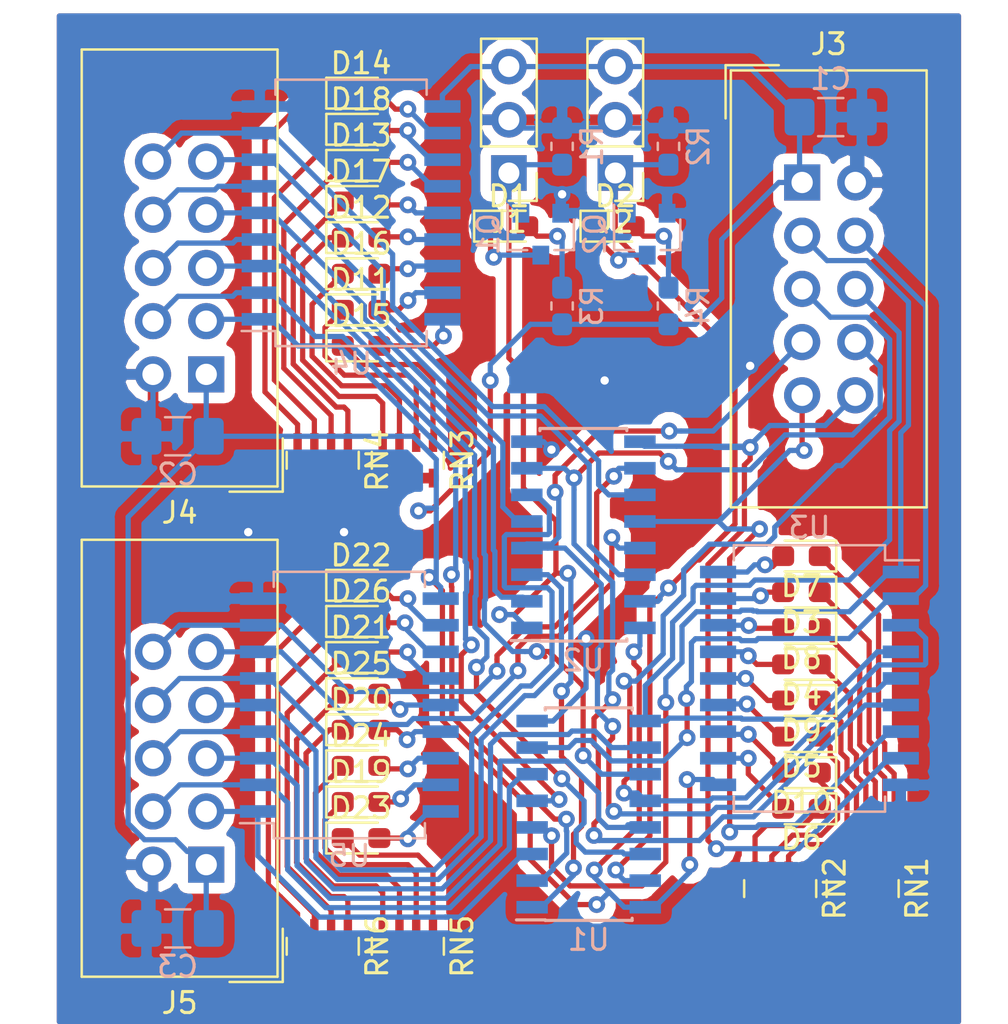
<source format=kicad_pcb>
(kicad_pcb (version 20171130) (host pcbnew "(5.0.0)")
  (layers (0 F.Cu signal) (31 B.Cu signal) (34 B.Paste user) (35 F.Paste user) (36 B.SilkS user) (37 F.SilkS user) (38 B.Mask user) (39 F.Mask user) (44 Edge.Cuts user))
  (net 0 "")
  (net 1 +3V3)
  (net 2 GND)
  (net 3 "Net-(D1-Pad2)")
  (net 4 "Net-(D1-Pad1)")
  (net 5 "Net-(D2-Pad1)")
  (net 6 "Net-(D2-Pad2)")
  (net 7 "Net-(D3-Pad2)")
  (net 8 "Net-(D3-Pad1)")
  (net 9 "Net-(D4-Pad2)")
  (net 10 "Net-(D4-Pad1)")
  (net 11 "Net-(D5-Pad2)")
  (net 12 "Net-(D5-Pad1)")
  (net 13 "Net-(D6-Pad2)")
  (net 14 "Net-(D6-Pad1)")
  (net 15 "Net-(D7-Pad1)")
  (net 16 "Net-(D7-Pad2)")
  (net 17 "Net-(D8-Pad1)")
  (net 18 "Net-(D8-Pad2)")
  (net 19 "Net-(D9-Pad1)")
  (net 20 "Net-(D9-Pad2)")
  (net 21 "Net-(D10-Pad1)")
  (net 22 "Net-(D10-Pad2)")
  (net 23 "Net-(D11-Pad1)")
  (net 24 "Net-(D11-Pad2)")
  (net 25 "Net-(D12-Pad2)")
  (net 26 "Net-(D12-Pad1)")
  (net 27 "Net-(D13-Pad1)")
  (net 28 "Net-(D13-Pad2)")
  (net 29 "Net-(D14-Pad2)")
  (net 30 "Net-(D14-Pad1)")
  (net 31 "Net-(D15-Pad2)")
  (net 32 "Net-(D15-Pad1)")
  (net 33 "Net-(D16-Pad2)")
  (net 34 "Net-(D16-Pad1)")
  (net 35 "Net-(D17-Pad1)")
  (net 36 "Net-(D17-Pad2)")
  (net 37 "Net-(D18-Pad1)")
  (net 38 "Net-(D18-Pad2)")
  (net 39 "Net-(D19-Pad2)")
  (net 40 "Net-(D19-Pad1)")
  (net 41 "Net-(D20-Pad2)")
  (net 42 "Net-(D20-Pad1)")
  (net 43 "Net-(D21-Pad2)")
  (net 44 "Net-(D21-Pad1)")
  (net 45 "Net-(D22-Pad2)")
  (net 46 "Net-(D22-Pad1)")
  (net 47 "Net-(D23-Pad1)")
  (net 48 "Net-(D23-Pad2)")
  (net 49 "Net-(D24-Pad1)")
  (net 50 "Net-(D24-Pad2)")
  (net 51 "Net-(D25-Pad1)")
  (net 52 "Net-(D25-Pad2)")
  (net 53 "Net-(D26-Pad1)")
  (net 54 "Net-(D26-Pad2)")
  (net 55 /S)
  (net 56 /~E)
  (net 57 /out0)
  (net 58 /out1)
  (net 59 /out2)
  (net 60 /out3)
  (net 61 /out4)
  (net 62 /out5)
  (net 63 /out6)
  (net 64 /out7)
  (net 65 /a0)
  (net 66 /a1)
  (net 67 /a2)
  (net 68 /a3)
  (net 69 /a4)
  (net 70 /a5)
  (net 71 /a6)
  (net 72 /a7)
  (net 73 /b7)
  (net 74 /b6)
  (net 75 /b5)
  (net 76 /b4)
  (net 77 /b3)
  (net 78 /b2)
  (net 79 /b1)
  (net 80 /b0)
  (module Capacitor_SMD:C_1206_3216Metric_Pad1.42x1.75mm_HandSolder (layer B.Cu) (at 113.157 104.013 180)
    (fp_text reference C1 (at 0 1.82 180) (layer B.SilkS) (effects (justify mirror)))
    (fp_text value _Decoupling)
    (pad 2 smd roundrect (at 1.4875 0 180) (size 1.425 1.75) (layers B.Cu B.Paste B.Mask) (roundrect_rratio 0.175439) (net 1 +3V3))
    (pad 1 smd roundrect (at -1.4875 0 180) (size 1.425 1.75) (layers B.Cu B.Paste B.Mask) (roundrect_rratio 0.175439) (net 2 GND))
  )
  (module Capacitor_SMD:C_1206_3216Metric_Pad1.42x1.75mm_HandSolder (layer B.Cu) (at 81.971653 119.249683)
    (fp_text reference C2 (at 0 1.82) (layer B.SilkS) (effects (justify mirror)))
    (fp_text value _Decoupling)
    (pad 1 smd roundrect (at -1.4875 0) (size 1.425 1.75) (layers B.Cu B.Paste B.Mask) (roundrect_rratio 0.175439) (net 2 GND))
    (pad 2 smd roundrect (at 1.4875 0) (size 1.425 1.75) (layers B.Cu B.Paste B.Mask) (roundrect_rratio 0.175439) (net 1 +3V3))
  )
  (module Capacitor_SMD:C_1206_3216Metric_Pad1.42x1.75mm_HandSolder (layer B.Cu) (at 81.971653 142.744683)
    (fp_text reference C3 (at 0 1.82) (layer B.SilkS) (effects (justify mirror)))
    (fp_text value _Decoupling)
    (pad 1 smd roundrect (at -1.4875 0) (size 1.425 1.75) (layers B.Cu B.Paste B.Mask) (roundrect_rratio 0.175439) (net 2 GND))
    (pad 2 smd roundrect (at 1.4875 0) (size 1.425 1.75) (layers B.Cu B.Paste B.Mask) (roundrect_rratio 0.175439) (net 1 +3V3))
  )
  (module LED_SMD:LED_0603_1608Metric_Pad1.05x0.95mm_HandSolder (layer F.Cu) (at 97.79 109.22)
    (fp_text reference D1 (at 0 -1.43) (layer F.SilkS))
    (fp_text value LED_Y)
    (pad 2 smd roundrect (at 0.875 0) (size 1.05 0.95) (layers F.Cu F.Paste F.Mask) (net 3 "Net-(D1-Pad2)"))
    (pad 1 smd roundrect (at -0.875 0) (size 1.05 0.95) (layers F.Cu F.Paste F.Mask) (net 4 "Net-(D1-Pad1)"))
  )
  (module LED_SMD:LED_0603_1608Metric_Pad1.05x0.95mm_HandSolder (layer F.Cu) (at 102.87 109.22)
    (fp_text reference D2 (at 0 -1.43) (layer F.SilkS))
    (fp_text value LED_Y)
    (pad 1 smd roundrect (at -0.875 0) (size 1.05 0.95) (layers F.Cu F.Paste F.Mask) (net 5 "Net-(D2-Pad1)"))
    (pad 2 smd roundrect (at 0.875 0) (size 1.05 0.95) (layers F.Cu F.Paste F.Mask) (net 6 "Net-(D2-Pad2)"))
  )
  (module LED_SMD:LED_0603_1608Metric_Pad1.05x0.95mm_HandSolder (layer F.Cu) (at 111.76 126.691571 180)
    (fp_text reference D3 (at 0 -1.43 180) (layer F.SilkS))
    (fp_text value LED)
    (pad 2 smd roundrect (at 0.875 0 180) (size 1.05 0.95) (layers F.Cu F.Paste F.Mask) (net 7 "Net-(D3-Pad2)"))
    (pad 1 smd roundrect (at -0.875 0 180) (size 1.05 0.95) (layers F.Cu F.Paste F.Mask) (net 8 "Net-(D3-Pad1)"))
  )
  (module LED_SMD:LED_0603_1608Metric_Pad1.05x0.95mm_HandSolder (layer F.Cu) (at 111.76 130.138713 180)
    (fp_text reference D4 (at 0 -1.43 180) (layer F.SilkS))
    (fp_text value LED)
    (pad 2 smd roundrect (at 0.875 0 180) (size 1.05 0.95) (layers F.Cu F.Paste F.Mask) (net 9 "Net-(D4-Pad2)"))
    (pad 1 smd roundrect (at -0.875 0 180) (size 1.05 0.95) (layers F.Cu F.Paste F.Mask) (net 10 "Net-(D4-Pad1)"))
  )
  (module LED_SMD:LED_0603_1608Metric_Pad1.05x0.95mm_HandSolder (layer F.Cu) (at 111.76 133.585855 180)
    (fp_text reference D5 (at 0 -1.43 180) (layer F.SilkS))
    (fp_text value LED)
    (pad 2 smd roundrect (at 0.875 0 180) (size 1.05 0.95) (layers F.Cu F.Paste F.Mask) (net 11 "Net-(D5-Pad2)"))
    (pad 1 smd roundrect (at -0.875 0 180) (size 1.05 0.95) (layers F.Cu F.Paste F.Mask) (net 12 "Net-(D5-Pad1)"))
  )
  (module LED_SMD:LED_0603_1608Metric_Pad1.05x0.95mm_HandSolder (layer F.Cu) (at 111.76 137.033 180)
    (fp_text reference D6 (at 0 -1.43 180) (layer F.SilkS))
    (fp_text value LED)
    (pad 2 smd roundrect (at 0.875 0 180) (size 1.05 0.95) (layers F.Cu F.Paste F.Mask) (net 13 "Net-(D6-Pad2)"))
    (pad 1 smd roundrect (at -0.875 0 180) (size 1.05 0.95) (layers F.Cu F.Paste F.Mask) (net 14 "Net-(D6-Pad1)"))
  )
  (module LED_SMD:LED_0603_1608Metric_Pad1.05x0.95mm_HandSolder (layer F.Cu) (at 111.76 124.968 180)
    (fp_text reference D7 (at 0 -1.43 180) (layer F.SilkS))
    (fp_text value LED)
    (pad 1 smd roundrect (at -0.875 0 180) (size 1.05 0.95) (layers F.Cu F.Paste F.Mask) (net 15 "Net-(D7-Pad1)"))
    (pad 2 smd roundrect (at 0.875 0 180) (size 1.05 0.95) (layers F.Cu F.Paste F.Mask) (net 16 "Net-(D7-Pad2)"))
  )
  (module LED_SMD:LED_0603_1608Metric_Pad1.05x0.95mm_HandSolder (layer F.Cu) (at 111.76 128.415142 180)
    (fp_text reference D8 (at 0 -1.43 180) (layer F.SilkS))
    (fp_text value LED)
    (pad 1 smd roundrect (at -0.875 0 180) (size 1.05 0.95) (layers F.Cu F.Paste F.Mask) (net 17 "Net-(D8-Pad1)"))
    (pad 2 smd roundrect (at 0.875 0 180) (size 1.05 0.95) (layers F.Cu F.Paste F.Mask) (net 18 "Net-(D8-Pad2)"))
  )
  (module LED_SMD:LED_0603_1608Metric_Pad1.05x0.95mm_HandSolder (layer F.Cu) (at 111.76 131.862284 180)
    (fp_text reference D9 (at 0 -1.43 180) (layer F.SilkS))
    (fp_text value LED)
    (pad 1 smd roundrect (at -0.875 0 180) (size 1.05 0.95) (layers F.Cu F.Paste F.Mask) (net 19 "Net-(D9-Pad1)"))
    (pad 2 smd roundrect (at 0.875 0 180) (size 1.05 0.95) (layers F.Cu F.Paste F.Mask) (net 20 "Net-(D9-Pad2)"))
  )
  (module LED_SMD:LED_0603_1608Metric_Pad1.05x0.95mm_HandSolder (layer F.Cu) (at 111.76 135.309426 180)
    (fp_text reference D10 (at 0 -1.43 180) (layer F.SilkS))
    (fp_text value LED)
    (pad 1 smd roundrect (at -0.875 0 180) (size 1.05 0.95) (layers F.Cu F.Paste F.Mask) (net 21 "Net-(D10-Pad1)"))
    (pad 2 smd roundrect (at 0.875 0 180) (size 1.05 0.95) (layers F.Cu F.Paste F.Mask) (net 22 "Net-(D10-Pad2)"))
  )
  (module LED_SMD:LED_0603_1608Metric_Pad1.05x0.95mm_HandSolder (layer F.Cu) (at 90.731652 113.211426)
    (fp_text reference D11 (at 0 -1.43) (layer F.SilkS))
    (fp_text value LED)
    (pad 1 smd roundrect (at -0.875 0) (size 1.05 0.95) (layers F.Cu F.Paste F.Mask) (net 23 "Net-(D11-Pad1)"))
    (pad 2 smd roundrect (at 0.875 0) (size 1.05 0.95) (layers F.Cu F.Paste F.Mask) (net 24 "Net-(D11-Pad2)"))
  )
  (module LED_SMD:LED_0603_1608Metric_Pad1.05x0.95mm_HandSolder (layer F.Cu) (at 90.731652 109.764284)
    (fp_text reference D12 (at 0 -1.43) (layer F.SilkS))
    (fp_text value LED)
    (pad 2 smd roundrect (at 0.875 0) (size 1.05 0.95) (layers F.Cu F.Paste F.Mask) (net 25 "Net-(D12-Pad2)"))
    (pad 1 smd roundrect (at -0.875 0) (size 1.05 0.95) (layers F.Cu F.Paste F.Mask) (net 26 "Net-(D12-Pad1)"))
  )
  (module LED_SMD:LED_0603_1608Metric_Pad1.05x0.95mm_HandSolder (layer F.Cu) (at 90.731652 106.317142)
    (fp_text reference D13 (at 0 -1.43) (layer F.SilkS))
    (fp_text value LED)
    (pad 1 smd roundrect (at -0.875 0) (size 1.05 0.95) (layers F.Cu F.Paste F.Mask) (net 27 "Net-(D13-Pad1)"))
    (pad 2 smd roundrect (at 0.875 0) (size 1.05 0.95) (layers F.Cu F.Paste F.Mask) (net 28 "Net-(D13-Pad2)"))
  )
  (module LED_SMD:LED_0603_1608Metric_Pad1.05x0.95mm_HandSolder (layer F.Cu) (at 90.731652 102.87)
    (fp_text reference D14 (at 0 -1.43) (layer F.SilkS))
    (fp_text value LED)
    (pad 2 smd roundrect (at 0.875 0) (size 1.05 0.95) (layers F.Cu F.Paste F.Mask) (net 29 "Net-(D14-Pad2)"))
    (pad 1 smd roundrect (at -0.875 0) (size 1.05 0.95) (layers F.Cu F.Paste F.Mask) (net 30 "Net-(D14-Pad1)"))
  )
  (module LED_SMD:LED_0603_1608Metric_Pad1.05x0.95mm_HandSolder (layer F.Cu) (at 90.731652 114.935)
    (fp_text reference D15 (at 0 -1.43) (layer F.SilkS))
    (fp_text value LED)
    (pad 2 smd roundrect (at 0.875 0) (size 1.05 0.95) (layers F.Cu F.Paste F.Mask) (net 31 "Net-(D15-Pad2)"))
    (pad 1 smd roundrect (at -0.875 0) (size 1.05 0.95) (layers F.Cu F.Paste F.Mask) (net 32 "Net-(D15-Pad1)"))
  )
  (module LED_SMD:LED_0603_1608Metric_Pad1.05x0.95mm_HandSolder (layer F.Cu) (at 90.731652 111.487855)
    (fp_text reference D16 (at 0 -1.43) (layer F.SilkS))
    (fp_text value LED)
    (pad 2 smd roundrect (at 0.875 0) (size 1.05 0.95) (layers F.Cu F.Paste F.Mask) (net 33 "Net-(D16-Pad2)"))
    (pad 1 smd roundrect (at -0.875 0) (size 1.05 0.95) (layers F.Cu F.Paste F.Mask) (net 34 "Net-(D16-Pad1)"))
  )
  (module LED_SMD:LED_0603_1608Metric_Pad1.05x0.95mm_HandSolder (layer F.Cu) (at 90.731652 108.040713)
    (fp_text reference D17 (at 0 -1.43) (layer F.SilkS))
    (fp_text value LED)
    (pad 1 smd roundrect (at -0.875 0) (size 1.05 0.95) (layers F.Cu F.Paste F.Mask) (net 35 "Net-(D17-Pad1)"))
    (pad 2 smd roundrect (at 0.875 0) (size 1.05 0.95) (layers F.Cu F.Paste F.Mask) (net 36 "Net-(D17-Pad2)"))
  )
  (module LED_SMD:LED_0603_1608Metric_Pad1.05x0.95mm_HandSolder (layer F.Cu) (at 90.731652 104.593571)
    (fp_text reference D18 (at 0 -1.43) (layer F.SilkS))
    (fp_text value LED)
    (pad 1 smd roundrect (at -0.875 0) (size 1.05 0.95) (layers F.Cu F.Paste F.Mask) (net 37 "Net-(D18-Pad1)"))
    (pad 2 smd roundrect (at 0.875 0) (size 1.05 0.95) (layers F.Cu F.Paste F.Mask) (net 38 "Net-(D18-Pad2)"))
  )
  (module LED_SMD:LED_0603_1608Metric_Pad1.05x0.95mm_HandSolder (layer F.Cu) (at 90.7288 136.706426)
    (fp_text reference D19 (at 0 -1.43) (layer F.SilkS))
    (fp_text value LED)
    (pad 2 smd roundrect (at 0.875 0) (size 1.05 0.95) (layers F.Cu F.Paste F.Mask) (net 39 "Net-(D19-Pad2)"))
    (pad 1 smd roundrect (at -0.875 0) (size 1.05 0.95) (layers F.Cu F.Paste F.Mask) (net 40 "Net-(D19-Pad1)"))
  )
  (module LED_SMD:LED_0603_1608Metric_Pad1.05x0.95mm_HandSolder (layer F.Cu) (at 90.7288 133.259284)
    (fp_text reference D20 (at 0 -1.43) (layer F.SilkS))
    (fp_text value LED)
    (pad 2 smd roundrect (at 0.875 0) (size 1.05 0.95) (layers F.Cu F.Paste F.Mask) (net 41 "Net-(D20-Pad2)"))
    (pad 1 smd roundrect (at -0.875 0) (size 1.05 0.95) (layers F.Cu F.Paste F.Mask) (net 42 "Net-(D20-Pad1)"))
  )
  (module LED_SMD:LED_0603_1608Metric_Pad1.05x0.95mm_HandSolder (layer F.Cu) (at 90.7288 129.812142)
    (fp_text reference D21 (at 0 -1.43) (layer F.SilkS))
    (fp_text value LED)
    (pad 2 smd roundrect (at 0.875 0) (size 1.05 0.95) (layers F.Cu F.Paste F.Mask) (net 43 "Net-(D21-Pad2)"))
    (pad 1 smd roundrect (at -0.875 0) (size 1.05 0.95) (layers F.Cu F.Paste F.Mask) (net 44 "Net-(D21-Pad1)"))
  )
  (module LED_SMD:LED_0603_1608Metric_Pad1.05x0.95mm_HandSolder (layer F.Cu) (at 90.7288 126.365)
    (fp_text reference D22 (at 0 -1.43) (layer F.SilkS))
    (fp_text value LED)
    (pad 2 smd roundrect (at 0.875 0) (size 1.05 0.95) (layers F.Cu F.Paste F.Mask) (net 45 "Net-(D22-Pad2)"))
    (pad 1 smd roundrect (at -0.875 0) (size 1.05 0.95) (layers F.Cu F.Paste F.Mask) (net 46 "Net-(D22-Pad1)"))
  )
  (module LED_SMD:LED_0603_1608Metric_Pad1.05x0.95mm_HandSolder (layer F.Cu) (at 90.7288 138.43)
    (fp_text reference D23 (at 0 -1.43) (layer F.SilkS))
    (fp_text value LED)
    (pad 1 smd roundrect (at -0.875 0) (size 1.05 0.95) (layers F.Cu F.Paste F.Mask) (net 47 "Net-(D23-Pad1)"))
    (pad 2 smd roundrect (at 0.875 0) (size 1.05 0.95) (layers F.Cu F.Paste F.Mask) (net 48 "Net-(D23-Pad2)"))
  )
  (module LED_SMD:LED_0603_1608Metric_Pad1.05x0.95mm_HandSolder (layer F.Cu) (at 90.7288 134.982855)
    (fp_text reference D24 (at 0 -1.43) (layer F.SilkS))
    (fp_text value LED)
    (pad 1 smd roundrect (at -0.875 0) (size 1.05 0.95) (layers F.Cu F.Paste F.Mask) (net 49 "Net-(D24-Pad1)"))
    (pad 2 smd roundrect (at 0.875 0) (size 1.05 0.95) (layers F.Cu F.Paste F.Mask) (net 50 "Net-(D24-Pad2)"))
  )
  (module LED_SMD:LED_0603_1608Metric_Pad1.05x0.95mm_HandSolder (layer F.Cu) (at 90.7288 131.535713)
    (fp_text reference D25 (at 0 -1.43) (layer F.SilkS))
    (fp_text value LED)
    (pad 1 smd roundrect (at -0.875 0) (size 1.05 0.95) (layers F.Cu F.Paste F.Mask) (net 51 "Net-(D25-Pad1)"))
    (pad 2 smd roundrect (at 0.875 0) (size 1.05 0.95) (layers F.Cu F.Paste F.Mask) (net 52 "Net-(D25-Pad2)"))
  )
  (module LED_SMD:LED_0603_1608Metric_Pad1.05x0.95mm_HandSolder (layer F.Cu) (at 90.7288 128.088571)
    (fp_text reference D26 (at 0 -1.43) (layer F.SilkS))
    (fp_text value LED)
    (pad 1 smd roundrect (at -0.875 0) (size 1.05 0.95) (layers F.Cu F.Paste F.Mask) (net 53 "Net-(D26-Pad1)"))
    (pad 2 smd roundrect (at 0.875 0) (size 1.05 0.95) (layers F.Cu F.Paste F.Mask) (net 54 "Net-(D26-Pad2)"))
  )
  (module Connector_PinHeader_2.54mm:PinHeader_1x03_P2.54mm_Vertical (layer F.Cu) (at 97.79 106.68 180)
    (fp_text reference J1 (at 0 -2.33 180) (layer F.SilkS))
    (fp_text value Conn_01x03_Male)
    (pad 3 thru_hole oval (at 0 5.08 180) (size 1.7 1.7) (drill 1) (layers *.Cu *.Mask) (net 1 +3V3))
    (pad 2 thru_hole oval (at 0 2.54 180) (size 1.7 1.7) (drill 1) (layers *.Cu *.Mask) (net 2 GND))
    (pad 1 thru_hole rect (at 0 0 180) (size 1.7 1.7) (drill 1) (layers *.Cu *.Mask) (net 55 /S))
  )
  (module Connector_PinHeader_2.54mm:PinHeader_1x03_P2.54mm_Vertical (layer F.Cu) (at 102.87 106.68 180)
    (fp_text reference J2 (at 0 -2.33 180) (layer F.SilkS))
    (fp_text value Conn_01x03_Male)
    (pad 1 thru_hole rect (at 0 0 180) (size 1.7 1.7) (drill 1) (layers *.Cu *.Mask) (net 56 /~E))
    (pad 2 thru_hole oval (at 0 2.54 180) (size 1.7 1.7) (drill 1) (layers *.Cu *.Mask) (net 2 GND))
    (pad 3 thru_hole oval (at 0 5.08 180) (size 1.7 1.7) (drill 1) (layers *.Cu *.Mask) (net 1 +3V3))
  )
  (module Connector_IDC:IDC-Header_2x05_P2.54mm_Vertical (layer F.Cu) (at 111.792001 107.133001)
    (fp_text reference J3 (at 1.27 -6.604) (layer F.SilkS))
    (fp_text value Conn_02x05_Odd_Even)
    (pad 1 thru_hole rect (at 0 0) (size 1.7272 1.7272) (drill 1.016) (layers *.Cu *.Mask) (net 1 +3V3))
    (pad 2 thru_hole oval (at 2.54 0) (size 1.7272 1.7272) (drill 1.016) (layers *.Cu *.Mask) (net 2 GND))
    (pad 3 thru_hole oval (at 0 2.54) (size 1.7272 1.7272) (drill 1.016) (layers *.Cu *.Mask) (net 57 /out0))
    (pad 4 thru_hole oval (at 2.54 2.54) (size 1.7272 1.7272) (drill 1.016) (layers *.Cu *.Mask) (net 58 /out1))
    (pad 5 thru_hole oval (at 0 5.08) (size 1.7272 1.7272) (drill 1.016) (layers *.Cu *.Mask) (net 59 /out2))
    (pad 6 thru_hole oval (at 2.54 5.08) (size 1.7272 1.7272) (drill 1.016) (layers *.Cu *.Mask) (net 60 /out3))
    (pad 7 thru_hole oval (at 0 7.62) (size 1.7272 1.7272) (drill 1.016) (layers *.Cu *.Mask) (net 61 /out4))
    (pad 8 thru_hole oval (at 2.54 7.62) (size 1.7272 1.7272) (drill 1.016) (layers *.Cu *.Mask) (net 62 /out5))
    (pad 9 thru_hole oval (at 0 10.16) (size 1.7272 1.7272) (drill 1.016) (layers *.Cu *.Mask) (net 63 /out6))
    (pad 10 thru_hole oval (at 2.54 10.16) (size 1.7272 1.7272) (drill 1.016) (layers *.Cu *.Mask) (net 64 /out7))
  )
  (module Connector_IDC:IDC-Header_2x05_P2.54mm_Vertical (layer F.Cu) (at 83.336652 116.294682 180)
    (fp_text reference J4 (at 1.27 -6.604 180) (layer F.SilkS))
    (fp_text value Conn_02x05_Odd_Even)
    (pad 1 thru_hole rect (at 0 0 180) (size 1.7272 1.7272) (drill 1.016) (layers *.Cu *.Mask) (net 1 +3V3))
    (pad 2 thru_hole oval (at 2.54 0 180) (size 1.7272 1.7272) (drill 1.016) (layers *.Cu *.Mask) (net 2 GND))
    (pad 3 thru_hole oval (at 0 2.54 180) (size 1.7272 1.7272) (drill 1.016) (layers *.Cu *.Mask) (net 65 /a0))
    (pad 4 thru_hole oval (at 2.54 2.54 180) (size 1.7272 1.7272) (drill 1.016) (layers *.Cu *.Mask) (net 66 /a1))
    (pad 5 thru_hole oval (at 0 5.08 180) (size 1.7272 1.7272) (drill 1.016) (layers *.Cu *.Mask) (net 67 /a2))
    (pad 6 thru_hole oval (at 2.54 5.08 180) (size 1.7272 1.7272) (drill 1.016) (layers *.Cu *.Mask) (net 68 /a3))
    (pad 7 thru_hole oval (at 0 7.62 180) (size 1.7272 1.7272) (drill 1.016) (layers *.Cu *.Mask) (net 69 /a4))
    (pad 8 thru_hole oval (at 2.54 7.62 180) (size 1.7272 1.7272) (drill 1.016) (layers *.Cu *.Mask) (net 70 /a5))
    (pad 9 thru_hole oval (at 0 10.16 180) (size 1.7272 1.7272) (drill 1.016) (layers *.Cu *.Mask) (net 71 /a6))
    (pad 10 thru_hole oval (at 2.54 10.16 180) (size 1.7272 1.7272) (drill 1.016) (layers *.Cu *.Mask) (net 72 /a7))
  )
  (module Connector_IDC:IDC-Header_2x05_P2.54mm_Vertical (layer F.Cu) (at 83.336652 139.7 180)
    (fp_text reference J5 (at 1.27 -6.604 180) (layer F.SilkS))
    (fp_text value Conn_02x05_Odd_Even)
    (pad 10 thru_hole oval (at 2.54 10.16 180) (size 1.7272 1.7272) (drill 1.016) (layers *.Cu *.Mask) (net 73 /b7))
    (pad 9 thru_hole oval (at 0 10.16 180) (size 1.7272 1.7272) (drill 1.016) (layers *.Cu *.Mask) (net 74 /b6))
    (pad 8 thru_hole oval (at 2.54 7.62 180) (size 1.7272 1.7272) (drill 1.016) (layers *.Cu *.Mask) (net 75 /b5))
    (pad 7 thru_hole oval (at 0 7.62 180) (size 1.7272 1.7272) (drill 1.016) (layers *.Cu *.Mask) (net 76 /b4))
    (pad 6 thru_hole oval (at 2.54 5.08 180) (size 1.7272 1.7272) (drill 1.016) (layers *.Cu *.Mask) (net 77 /b3))
    (pad 5 thru_hole oval (at 0 5.08 180) (size 1.7272 1.7272) (drill 1.016) (layers *.Cu *.Mask) (net 78 /b2))
    (pad 4 thru_hole oval (at 2.54 2.54 180) (size 1.7272 1.7272) (drill 1.016) (layers *.Cu *.Mask) (net 79 /b1))
    (pad 3 thru_hole oval (at 0 2.54 180) (size 1.7272 1.7272) (drill 1.016) (layers *.Cu *.Mask) (net 80 /b0))
    (pad 2 thru_hole oval (at 2.54 0 180) (size 1.7272 1.7272) (drill 1.016) (layers *.Cu *.Mask) (net 2 GND))
    (pad 1 thru_hole rect (at 0 0 180) (size 1.7272 1.7272) (drill 1.016) (layers *.Cu *.Mask) (net 1 +3V3))
  )
  (module Package_TO_SOT_SMD:SOT-23 (layer B.Cu) (at 99.314 109.601 270)
    (fp_text reference Q1 (at 0 2.5 270) (layer B.SilkS) (effects (justify mirror)))
    (fp_text value 2N7002)
    (pad 1 smd rect (at -1 0.95 270) (size 0.9 0.8) (layers B.Cu B.Paste B.Mask) (net 55 /S))
    (pad 2 smd rect (at -1 -0.95 270) (size 0.9 0.8) (layers B.Cu B.Paste B.Mask) (net 2 GND))
    (pad 3 smd rect (at 1 0 270) (size 0.9 0.8) (layers B.Cu B.Paste B.Mask) (net 4 "Net-(D1-Pad1)"))
  )
  (module Package_TO_SOT_SMD:SOT-23 (layer B.Cu) (at 104.394 109.601 270)
    (fp_text reference Q2 (at 0 2.5 270) (layer B.SilkS) (effects (justify mirror)))
    (fp_text value 2N7002)
    (pad 3 smd rect (at 1 0 270) (size 0.9 0.8) (layers B.Cu B.Paste B.Mask) (net 5 "Net-(D2-Pad1)"))
    (pad 2 smd rect (at -1 -0.95 270) (size 0.9 0.8) (layers B.Cu B.Paste B.Mask) (net 2 GND))
    (pad 1 smd rect (at -1 0.95 270) (size 0.9 0.8) (layers B.Cu B.Paste B.Mask) (net 56 /~E))
  )
  (module Resistor_SMD:R_0603_1608Metric_Pad1.05x0.95mm_HandSolder (layer B.Cu) (at 100.33 105.41 90)
    (fp_text reference R1 (at 0 1.43 90) (layer B.SilkS) (effects (justify mirror)))
    (fp_text value R_default)
    (pad 2 smd roundrect (at 0.875 0 90) (size 1.05 0.95) (layers B.Cu B.Paste B.Mask) (net 2 GND))
    (pad 1 smd roundrect (at -0.875 0 90) (size 1.05 0.95) (layers B.Cu B.Paste B.Mask) (net 55 /S))
  )
  (module Resistor_SMD:R_0603_1608Metric_Pad1.05x0.95mm_HandSolder (layer B.Cu) (at 105.41 105.41 90)
    (fp_text reference R2 (at 0 1.43 90) (layer B.SilkS) (effects (justify mirror)))
    (fp_text value R_default)
    (pad 1 smd roundrect (at -0.875 0 90) (size 1.05 0.95) (layers B.Cu B.Paste B.Mask) (net 56 /~E))
    (pad 2 smd roundrect (at 0.875 0 90) (size 1.05 0.95) (layers B.Cu B.Paste B.Mask) (net 2 GND))
  )
  (module Resistor_SMD:R_0603_1608Metric_Pad1.05x0.95mm_HandSolder (layer B.Cu) (at 100.33 113.03 90)
    (fp_text reference R3 (at 0 1.43 90) (layer B.SilkS) (effects (justify mirror)))
    (fp_text value R_Yellow)
    (pad 1 smd roundrect (at -0.875 0 90) (size 1.05 0.95) (layers B.Cu B.Paste B.Mask) (net 1 +3V3))
    (pad 2 smd roundrect (at 0.875 0 90) (size 1.05 0.95) (layers B.Cu B.Paste B.Mask) (net 3 "Net-(D1-Pad2)"))
  )
  (module Resistor_SMD:R_0603_1608Metric_Pad1.05x0.95mm_HandSolder (layer B.Cu) (at 105.41 113.03 90)
    (fp_text reference R4 (at 0 1.43 90) (layer B.SilkS) (effects (justify mirror)))
    (fp_text value R_Yellow)
    (pad 2 smd roundrect (at 0.875 0 90) (size 1.05 0.95) (layers B.Cu B.Paste B.Mask) (net 6 "Net-(D2-Pad2)"))
    (pad 1 smd roundrect (at -0.875 0 90) (size 1.05 0.95) (layers B.Cu B.Paste B.Mask) (net 1 +3V3))
  )
  (module Resistor_SMD:R_Array_Concave_4x0603 (layer F.Cu) (at 114.681 140.843 270)
    (fp_text reference RN1 (at 0 -2.6 270) (layer F.SilkS))
    (fp_text value R_Pack04)
    (pad 5 smd rect (at 0.85 1.2 270) (size 0.9 0.4) (layers F.Cu F.Paste F.Mask) (net 2 GND))
    (pad 6 smd rect (at 0.85 0.4 270) (size 0.9 0.4) (layers F.Cu F.Paste F.Mask) (net 2 GND))
    (pad 7 smd rect (at 0.85 -0.4 270) (size 0.9 0.4) (layers F.Cu F.Paste F.Mask) (net 2 GND))
    (pad 8 smd rect (at 0.85 -1.2 270) (size 0.9 0.4) (layers F.Cu F.Paste F.Mask) (net 2 GND))
    (pad 4 smd rect (at -0.85 1.2 270) (size 0.9 0.4) (layers F.Cu F.Paste F.Mask) (net 10 "Net-(D4-Pad1)"))
    (pad 1 smd rect (at -0.85 -1.2 270) (size 0.9 0.4) (layers F.Cu F.Paste F.Mask) (net 15 "Net-(D7-Pad1)"))
    (pad 3 smd rect (at -0.85 0.4 270) (size 0.9 0.4) (layers F.Cu F.Paste F.Mask) (net 17 "Net-(D8-Pad1)"))
    (pad 2 smd rect (at -0.85 -0.4 270) (size 0.9 0.4) (layers F.Cu F.Paste F.Mask) (net 8 "Net-(D3-Pad1)"))
  )
  (module Resistor_SMD:R_Array_Concave_4x0603 (layer F.Cu) (at 110.744 140.843 270)
    (fp_text reference RN2 (at 0 -2.6 270) (layer F.SilkS))
    (fp_text value R_Pack04)
    (pad 2 smd rect (at -0.85 -0.4 270) (size 0.9 0.4) (layers F.Cu F.Paste F.Mask) (net 12 "Net-(D5-Pad1)"))
    (pad 3 smd rect (at -0.85 0.4 270) (size 0.9 0.4) (layers F.Cu F.Paste F.Mask) (net 21 "Net-(D10-Pad1)"))
    (pad 1 smd rect (at -0.85 -1.2 270) (size 0.9 0.4) (layers F.Cu F.Paste F.Mask) (net 19 "Net-(D9-Pad1)"))
    (pad 4 smd rect (at -0.85 1.2 270) (size 0.9 0.4) (layers F.Cu F.Paste F.Mask) (net 14 "Net-(D6-Pad1)"))
    (pad 8 smd rect (at 0.85 -1.2 270) (size 0.9 0.4) (layers F.Cu F.Paste F.Mask) (net 2 GND))
    (pad 7 smd rect (at 0.85 -0.4 270) (size 0.9 0.4) (layers F.Cu F.Paste F.Mask) (net 2 GND))
    (pad 6 smd rect (at 0.85 0.4 270) (size 0.9 0.4) (layers F.Cu F.Paste F.Mask) (net 2 GND))
    (pad 5 smd rect (at 0.85 1.2 270) (size 0.9 0.4) (layers F.Cu F.Paste F.Mask) (net 2 GND))
  )
  (module Resistor_SMD:R_Array_Concave_4x0603 (layer F.Cu) (at 92.964 120.396 270)
    (fp_text reference RN3 (at 0 -2.6 270) (layer F.SilkS))
    (fp_text value R_Pack04)
    (pad 5 smd rect (at 0.85 1.2 270) (size 0.9 0.4) (layers F.Cu F.Paste F.Mask) (net 2 GND))
    (pad 6 smd rect (at 0.85 0.4 270) (size 0.9 0.4) (layers F.Cu F.Paste F.Mask) (net 2 GND))
    (pad 7 smd rect (at 0.85 -0.4 270) (size 0.9 0.4) (layers F.Cu F.Paste F.Mask) (net 2 GND))
    (pad 8 smd rect (at 0.85 -1.2 270) (size 0.9 0.4) (layers F.Cu F.Paste F.Mask) (net 2 GND))
    (pad 4 smd rect (at -0.85 1.2 270) (size 0.9 0.4) (layers F.Cu F.Paste F.Mask) (net 26 "Net-(D12-Pad1)"))
    (pad 1 smd rect (at -0.85 -1.2 270) (size 0.9 0.4) (layers F.Cu F.Paste F.Mask) (net 32 "Net-(D15-Pad1)"))
    (pad 3 smd rect (at -0.85 0.4 270) (size 0.9 0.4) (layers F.Cu F.Paste F.Mask) (net 34 "Net-(D16-Pad1)"))
    (pad 2 smd rect (at -0.85 -0.4 270) (size 0.9 0.4) (layers F.Cu F.Paste F.Mask) (net 23 "Net-(D11-Pad1)"))
  )
  (module Resistor_SMD:R_Array_Concave_4x0603 (layer F.Cu) (at 88.9 120.396 270)
    (fp_text reference RN4 (at 0 -2.6 270) (layer F.SilkS))
    (fp_text value R_Pack04)
    (pad 2 smd rect (at -0.85 -0.4 270) (size 0.9 0.4) (layers F.Cu F.Paste F.Mask) (net 27 "Net-(D13-Pad1)"))
    (pad 3 smd rect (at -0.85 0.4 270) (size 0.9 0.4) (layers F.Cu F.Paste F.Mask) (net 37 "Net-(D18-Pad1)"))
    (pad 1 smd rect (at -0.85 -1.2 270) (size 0.9 0.4) (layers F.Cu F.Paste F.Mask) (net 35 "Net-(D17-Pad1)"))
    (pad 4 smd rect (at -0.85 1.2 270) (size 0.9 0.4) (layers F.Cu F.Paste F.Mask) (net 30 "Net-(D14-Pad1)"))
    (pad 8 smd rect (at 0.85 -1.2 270) (size 0.9 0.4) (layers F.Cu F.Paste F.Mask) (net 2 GND))
    (pad 7 smd rect (at 0.85 -0.4 270) (size 0.9 0.4) (layers F.Cu F.Paste F.Mask) (net 2 GND))
    (pad 6 smd rect (at 0.85 0.4 270) (size 0.9 0.4) (layers F.Cu F.Paste F.Mask) (net 2 GND))
    (pad 5 smd rect (at 0.85 1.2 270) (size 0.9 0.4) (layers F.Cu F.Paste F.Mask) (net 2 GND))
  )
  (module Resistor_SMD:R_Array_Concave_4x0603 (layer F.Cu) (at 92.964 143.598 270)
    (fp_text reference RN5 (at 0 -2.6 270) (layer F.SilkS))
    (fp_text value R_Pack04)
    (pad 5 smd rect (at 0.85 1.2 270) (size 0.9 0.4) (layers F.Cu F.Paste F.Mask) (net 2 GND))
    (pad 6 smd rect (at 0.85 0.4 270) (size 0.9 0.4) (layers F.Cu F.Paste F.Mask) (net 2 GND))
    (pad 7 smd rect (at 0.85 -0.4 270) (size 0.9 0.4) (layers F.Cu F.Paste F.Mask) (net 2 GND))
    (pad 8 smd rect (at 0.85 -1.2 270) (size 0.9 0.4) (layers F.Cu F.Paste F.Mask) (net 2 GND))
    (pad 4 smd rect (at -0.85 1.2 270) (size 0.9 0.4) (layers F.Cu F.Paste F.Mask) (net 42 "Net-(D20-Pad1)"))
    (pad 1 smd rect (at -0.85 -1.2 270) (size 0.9 0.4) (layers F.Cu F.Paste F.Mask) (net 47 "Net-(D23-Pad1)"))
    (pad 3 smd rect (at -0.85 0.4 270) (size 0.9 0.4) (layers F.Cu F.Paste F.Mask) (net 49 "Net-(D24-Pad1)"))
    (pad 2 smd rect (at -0.85 -0.4 270) (size 0.9 0.4) (layers F.Cu F.Paste F.Mask) (net 40 "Net-(D19-Pad1)"))
  )
  (module Resistor_SMD:R_Array_Concave_4x0603 (layer F.Cu) (at 88.9 143.598 270)
    (fp_text reference RN6 (at 0 -2.6 270) (layer F.SilkS))
    (fp_text value R_Pack04)
    (pad 2 smd rect (at -0.85 -0.4 270) (size 0.9 0.4) (layers F.Cu F.Paste F.Mask) (net 44 "Net-(D21-Pad1)"))
    (pad 3 smd rect (at -0.85 0.4 270) (size 0.9 0.4) (layers F.Cu F.Paste F.Mask) (net 53 "Net-(D26-Pad1)"))
    (pad 1 smd rect (at -0.85 -1.2 270) (size 0.9 0.4) (layers F.Cu F.Paste F.Mask) (net 51 "Net-(D25-Pad1)"))
    (pad 4 smd rect (at -0.85 1.2 270) (size 0.9 0.4) (layers F.Cu F.Paste F.Mask) (net 46 "Net-(D22-Pad1)"))
    (pad 8 smd rect (at 0.85 -1.2 270) (size 0.9 0.4) (layers F.Cu F.Paste F.Mask) (net 2 GND))
    (pad 7 smd rect (at 0.85 -0.4 270) (size 0.9 0.4) (layers F.Cu F.Paste F.Mask) (net 2 GND))
    (pad 6 smd rect (at 0.85 0.4 270) (size 0.9 0.4) (layers F.Cu F.Paste F.Mask) (net 2 GND))
    (pad 5 smd rect (at 0.85 1.2 270) (size 0.9 0.4) (layers F.Cu F.Paste F.Mask) (net 2 GND))
  )
  (module Package_SO:SOP-18_7.0x12.5mm_P1.27mm (layer B.Cu) (at 112.141 130.81 180)
    (fp_text reference U3 (at 0 7.2 180) (layer B.SilkS) (effects (justify mirror)))
    (fp_text value ULN2803A)
    (pad 1 smd rect (at -4.3625 5.08 180) (size 1.725 0.6) (layers B.Cu B.Paste B.Mask) (net 57 /out0))
    (pad 2 smd rect (at -4.3625 3.81 180) (size 1.725 0.6) (layers B.Cu B.Paste B.Mask) (net 58 /out1))
    (pad 3 smd rect (at -4.3625 2.54 180) (size 1.725 0.6) (layers B.Cu B.Paste B.Mask) (net 59 /out2))
    (pad 4 smd rect (at -4.3625 1.27 180) (size 1.725 0.6) (layers B.Cu B.Paste B.Mask) (net 60 /out3))
    (pad 5 smd rect (at -4.3625 0 180) (size 1.725 0.6) (layers B.Cu B.Paste B.Mask) (net 61 /out4))
    (pad 6 smd rect (at -4.3625 -1.27 180) (size 1.725 0.6) (layers B.Cu B.Paste B.Mask) (net 62 /out5))
    (pad 7 smd rect (at -4.3625 -2.54 180) (size 1.725 0.6) (layers B.Cu B.Paste B.Mask) (net 63 /out6))
    (pad 8 smd rect (at -4.3625 -3.81 180) (size 1.725 0.6) (layers B.Cu B.Paste B.Mask) (net 64 /out7))
    (pad 9 smd rect (at -4.3625 -5.08 180) (size 1.725 0.6) (layers B.Cu B.Paste B.Mask) (net 2 GND))
    (pad 18 smd rect (at 4.3625 5.08 180) (size 1.725 0.6) (layers B.Cu B.Paste B.Mask) (net 16 "Net-(D7-Pad2)"))
    (pad 17 smd rect (at 4.3625 3.81 180) (size 1.725 0.6) (layers B.Cu B.Paste B.Mask) (net 7 "Net-(D3-Pad2)"))
    (pad 16 smd rect (at 4.3625 2.54 180) (size 1.725 0.6) (layers B.Cu B.Paste B.Mask) (net 18 "Net-(D8-Pad2)"))
    (pad 15 smd rect (at 4.3625 1.27 180) (size 1.725 0.6) (layers B.Cu B.Paste B.Mask) (net 9 "Net-(D4-Pad2)"))
    (pad 14 smd rect (at 4.3625 0 180) (size 1.725 0.6) (layers B.Cu B.Paste B.Mask) (net 20 "Net-(D9-Pad2)"))
    (pad 13 smd rect (at 4.3625 -1.27 180) (size 1.725 0.6) (layers B.Cu B.Paste B.Mask) (net 11 "Net-(D5-Pad2)"))
    (pad 12 smd rect (at 4.3625 -2.54 180) (size 1.725 0.6) (layers B.Cu B.Paste B.Mask) (net 22 "Net-(D10-Pad2)"))
    (pad 11 smd rect (at 4.3625 -3.81 180) (size 1.725 0.6) (layers B.Cu B.Paste B.Mask) (net 13 "Net-(D6-Pad2)"))
    (pad 10 smd rect (at 4.3625 -5.08 180) (size 1.725 0.6) (layers B.Cu B.Paste B.Mask) (net 1 +3V3))
  )
  (module Package_SO:SOP-18_7.0x12.5mm_P1.27mm (layer B.Cu) (at 90.2525 108.585)
    (fp_text reference U4 (at 0 7.2) (layer B.SilkS) (effects (justify mirror)))
    (fp_text value ULN2803A)
    (pad 10 smd rect (at 4.3625 -5.08) (size 1.725 0.6) (layers B.Cu B.Paste B.Mask) (net 1 +3V3))
    (pad 11 smd rect (at 4.3625 -3.81) (size 1.725 0.6) (layers B.Cu B.Paste B.Mask) (net 29 "Net-(D14-Pad2)"))
    (pad 12 smd rect (at 4.3625 -2.54) (size 1.725 0.6) (layers B.Cu B.Paste B.Mask) (net 38 "Net-(D18-Pad2)"))
    (pad 13 smd rect (at 4.3625 -1.27) (size 1.725 0.6) (layers B.Cu B.Paste B.Mask) (net 28 "Net-(D13-Pad2)"))
    (pad 14 smd rect (at 4.3625 0) (size 1.725 0.6) (layers B.Cu B.Paste B.Mask) (net 36 "Net-(D17-Pad2)"))
    (pad 15 smd rect (at 4.3625 1.27) (size 1.725 0.6) (layers B.Cu B.Paste B.Mask) (net 25 "Net-(D12-Pad2)"))
    (pad 16 smd rect (at 4.3625 2.54) (size 1.725 0.6) (layers B.Cu B.Paste B.Mask) (net 33 "Net-(D16-Pad2)"))
    (pad 17 smd rect (at 4.3625 3.81) (size 1.725 0.6) (layers B.Cu B.Paste B.Mask) (net 24 "Net-(D11-Pad2)"))
    (pad 18 smd rect (at 4.3625 5.08) (size 1.725 0.6) (layers B.Cu B.Paste B.Mask) (net 31 "Net-(D15-Pad2)"))
    (pad 9 smd rect (at -4.3625 -5.08) (size 1.725 0.6) (layers B.Cu B.Paste B.Mask) (net 2 GND))
    (pad 8 smd rect (at -4.3625 -3.81) (size 1.725 0.6) (layers B.Cu B.Paste B.Mask) (net 72 /a7))
    (pad 7 smd rect (at -4.3625 -2.54) (size 1.725 0.6) (layers B.Cu B.Paste B.Mask) (net 71 /a6))
    (pad 6 smd rect (at -4.3625 -1.27) (size 1.725 0.6) (layers B.Cu B.Paste B.Mask) (net 70 /a5))
    (pad 5 smd rect (at -4.3625 0) (size 1.725 0.6) (layers B.Cu B.Paste B.Mask) (net 69 /a4))
    (pad 4 smd rect (at -4.3625 1.27) (size 1.725 0.6) (layers B.Cu B.Paste B.Mask) (net 68 /a3))
    (pad 3 smd rect (at -4.3625 2.54) (size 1.725 0.6) (layers B.Cu B.Paste B.Mask) (net 67 /a2))
    (pad 2 smd rect (at -4.3625 3.81) (size 1.725 0.6) (layers B.Cu B.Paste B.Mask) (net 66 /a1))
    (pad 1 smd rect (at -4.3625 5.08) (size 1.725 0.6) (layers B.Cu B.Paste B.Mask) (net 65 /a0))
  )
  (module Package_SO:SOP-18_7.0x12.5mm_P1.27mm (layer B.Cu) (at 90.17 132.08)
    (fp_text reference U5 (at 0 7.2) (layer B.SilkS) (effects (justify mirror)))
    (fp_text value ULN2803A)
    (pad 1 smd rect (at -4.3625 5.08) (size 1.725 0.6) (layers B.Cu B.Paste B.Mask) (net 80 /b0))
    (pad 2 smd rect (at -4.3625 3.81) (size 1.725 0.6) (layers B.Cu B.Paste B.Mask) (net 79 /b1))
    (pad 3 smd rect (at -4.3625 2.54) (size 1.725 0.6) (layers B.Cu B.Paste B.Mask) (net 78 /b2))
    (pad 4 smd rect (at -4.3625 1.27) (size 1.725 0.6) (layers B.Cu B.Paste B.Mask) (net 77 /b3))
    (pad 5 smd rect (at -4.3625 0) (size 1.725 0.6) (layers B.Cu B.Paste B.Mask) (net 76 /b4))
    (pad 6 smd rect (at -4.3625 -1.27) (size 1.725 0.6) (layers B.Cu B.Paste B.Mask) (net 75 /b5))
    (pad 7 smd rect (at -4.3625 -2.54) (size 1.725 0.6) (layers B.Cu B.Paste B.Mask) (net 74 /b6))
    (pad 8 smd rect (at -4.3625 -3.81) (size 1.725 0.6) (layers B.Cu B.Paste B.Mask) (net 73 /b7))
    (pad 9 smd rect (at -4.3625 -5.08) (size 1.725 0.6) (layers B.Cu B.Paste B.Mask) (net 2 GND))
    (pad 18 smd rect (at 4.3625 5.08) (size 1.725 0.6) (layers B.Cu B.Paste B.Mask) (net 48 "Net-(D23-Pad2)"))
    (pad 17 smd rect (at 4.3625 3.81) (size 1.725 0.6) (layers B.Cu B.Paste B.Mask) (net 39 "Net-(D19-Pad2)"))
    (pad 16 smd rect (at 4.3625 2.54) (size 1.725 0.6) (layers B.Cu B.Paste B.Mask) (net 50 "Net-(D24-Pad2)"))
    (pad 15 smd rect (at 4.3625 1.27) (size 1.725 0.6) (layers B.Cu B.Paste B.Mask) (net 41 "Net-(D20-Pad2)"))
    (pad 14 smd rect (at 4.3625 0) (size 1.725 0.6) (layers B.Cu B.Paste B.Mask) (net 52 "Net-(D25-Pad2)"))
    (pad 13 smd rect (at 4.3625 -1.27) (size 1.725 0.6) (layers B.Cu B.Paste B.Mask) (net 43 "Net-(D21-Pad2)"))
    (pad 12 smd rect (at 4.3625 -2.54) (size 1.725 0.6) (layers B.Cu B.Paste B.Mask) (net 54 "Net-(D26-Pad2)"))
    (pad 11 smd rect (at 4.3625 -3.81) (size 1.725 0.6) (layers B.Cu B.Paste B.Mask) (net 45 "Net-(D22-Pad2)"))
    (pad 10 smd rect (at 4.3625 -5.08) (size 1.725 0.6) (layers B.Cu B.Paste B.Mask) (net 1 +3V3))
  )
  (module Package_SO:SOIC-16_3.9x9.9mm_P1.27mm (layer B.Cu) (at 101.6 137.287)
    (fp_text reference U1 (at 0 6) (layer B.SilkS) (effects (justify mirror)))
    (fp_text value 74LS157)
    (pad 16 smd rect (at 2.7 4.445) (size 1.5 0.6) (layers B.Cu B.Paste B.Mask) (net 1 +3V3))
    (pad 15 smd rect (at 2.7 3.175) (size 1.5 0.6) (layers B.Cu B.Paste B.Mask) (net 56 /~E))
    (pad 14 smd rect (at 2.7 1.905) (size 1.5 0.6) (layers B.Cu B.Paste B.Mask) (net 67 /a2))
    (pad 13 smd rect (at 2.7 0.635) (size 1.5 0.6) (layers B.Cu B.Paste B.Mask) (net 78 /b2))
    (pad 12 smd rect (at 2.7 -0.635) (size 1.5 0.6) (layers B.Cu B.Paste B.Mask) (net 59 /out2))
    (pad 11 smd rect (at 2.7 -1.905) (size 1.5 0.6) (layers B.Cu B.Paste B.Mask) (net 68 /a3))
    (pad 10 smd rect (at 2.7 -3.175) (size 1.5 0.6) (layers B.Cu B.Paste B.Mask) (net 77 /b3))
    (pad 9 smd rect (at 2.7 -4.445) (size 1.5 0.6) (layers B.Cu B.Paste B.Mask) (net 60 /out3))
    (pad 8 smd rect (at -2.7 -4.445) (size 1.5 0.6) (layers B.Cu B.Paste B.Mask) (net 2 GND))
    (pad 7 smd rect (at -2.7 -3.175) (size 1.5 0.6) (layers B.Cu B.Paste B.Mask) (net 58 /out1))
    (pad 6 smd rect (at -2.7 -1.905) (size 1.5 0.6) (layers B.Cu B.Paste B.Mask) (net 79 /b1))
    (pad 5 smd rect (at -2.7 -0.635) (size 1.5 0.6) (layers B.Cu B.Paste B.Mask) (net 66 /a1))
    (pad 4 smd rect (at -2.7 0.635) (size 1.5 0.6) (layers B.Cu B.Paste B.Mask) (net 57 /out0))
    (pad 3 smd rect (at -2.7 1.905) (size 1.5 0.6) (layers B.Cu B.Paste B.Mask) (net 80 /b0))
    (pad 2 smd rect (at -2.7 3.175) (size 1.5 0.6) (layers B.Cu B.Paste B.Mask) (net 65 /a0))
    (pad 1 smd rect (at -2.7 4.445) (size 1.5 0.6) (layers B.Cu B.Paste B.Mask) (net 55 /S))
  )
  (module Package_SO:SOIC-16_3.9x9.9mm_P1.27mm (layer B.Cu) (at 101.346 123.952)
    (fp_text reference U2 (at 0 6) (layer B.SilkS) (effects (justify mirror)))
    (fp_text value 74LS157)
    (pad 1 smd rect (at -2.7 4.445) (size 1.5 0.6) (layers B.Cu B.Paste B.Mask) (net 55 /S))
    (pad 2 smd rect (at -2.7 3.175) (size 1.5 0.6) (layers B.Cu B.Paste B.Mask) (net 69 /a4))
    (pad 3 smd rect (at -2.7 1.905) (size 1.5 0.6) (layers B.Cu B.Paste B.Mask) (net 76 /b4))
    (pad 4 smd rect (at -2.7 0.635) (size 1.5 0.6) (layers B.Cu B.Paste B.Mask) (net 61 /out4))
    (pad 5 smd rect (at -2.7 -0.635) (size 1.5 0.6) (layers B.Cu B.Paste B.Mask) (net 70 /a5))
    (pad 6 smd rect (at -2.7 -1.905) (size 1.5 0.6) (layers B.Cu B.Paste B.Mask) (net 75 /b5))
    (pad 7 smd rect (at -2.7 -3.175) (size 1.5 0.6) (layers B.Cu B.Paste B.Mask) (net 62 /out5))
    (pad 8 smd rect (at -2.7 -4.445) (size 1.5 0.6) (layers B.Cu B.Paste B.Mask) (net 2 GND))
    (pad 9 smd rect (at 2.7 -4.445) (size 1.5 0.6) (layers B.Cu B.Paste B.Mask) (net 64 /out7))
    (pad 10 smd rect (at 2.7 -3.175) (size 1.5 0.6) (layers B.Cu B.Paste B.Mask) (net 73 /b7))
    (pad 11 smd rect (at 2.7 -1.905) (size 1.5 0.6) (layers B.Cu B.Paste B.Mask) (net 72 /a7))
    (pad 12 smd rect (at 2.7 -0.635) (size 1.5 0.6) (layers B.Cu B.Paste B.Mask) (net 63 /out6))
    (pad 13 smd rect (at 2.7 0.635) (size 1.5 0.6) (layers B.Cu B.Paste B.Mask) (net 74 /b6))
    (pad 14 smd rect (at 2.7 1.905) (size 1.5 0.6) (layers B.Cu B.Paste B.Mask) (net 71 /a6))
    (pad 15 smd rect (at 2.7 3.175) (size 1.5 0.6) (layers B.Cu B.Paste B.Mask) (net 56 /~E))
    (pad 16 smd rect (at 2.7 4.445) (size 1.5 0.6) (layers B.Cu B.Paste B.Mask) (net 1 +3V3))
  )
  (segment (start 83.336652 119.127182) (end 83.459153 119.249683) (width 0.25) (layer B.Cu) (net 1))
  (segment (start 83.336652 116.294682) (end 83.336652 119.127182) (width 0.25) (layer B.Cu) (net 1))
  (segment (start 83.336652 139.7) (end 83.336652 142.622182) (width 0.25) (layer B.Cu) (net 1))
  (segment (start 83.336652 142.622182) (end 83.459153 142.744683) (width 0.25) (layer B.Cu) (net 1))
  (segment (start 111.6695 107.0105) (end 111.792001 107.133001) (width 0.25) (layer B.Cu) (net 1))
  (segment (start 111.6695 104.013) (end 111.6695 107.0105) (width 0.25) (layer B.Cu) (net 1))
  (segment (start 109.2565 101.6) (end 102.87 101.6) (width 0.25) (layer B.Cu) (net 1))
  (segment (start 111.6695 104.013) (end 109.2565 101.6) (width 0.25) (layer B.Cu) (net 1))
  (segment (start 102.87 101.6) (end 97.79 101.6) (width 0.25) (layer B.Cu) (net 1))
  (segment (start 94.615 102.955) (end 94.615 103.505) (width 0.25) (layer B.Cu) (net 1))
  (segment (start 95.97 101.6) (end 94.615 102.955) (width 0.25) (layer B.Cu) (net 1))
  (segment (start 97.79 101.6) (end 95.97 101.6) (width 0.25) (layer B.Cu) (net 1))
  (segment (start 107.95 109.861402) (end 107.95 112.649) (width 0.25) (layer B.Cu) (net 1))
  (segment (start 111.792001 107.133001) (end 110.678401 107.133001) (width 0.25) (layer B.Cu) (net 1))
  (segment (start 110.678401 107.133001) (end 107.95 109.861402) (width 0.25) (layer B.Cu) (net 1))
  (segment (start 105.41 113.905) (end 100.33 113.905) (width 0.25) (layer B.Cu) (net 1))
  (segment (start 106.694 113.905) (end 107.95 112.649) (width 0.25) (layer B.Cu) (net 1))
  (segment (start 105.41 113.905) (end 106.694 113.905) (width 0.25) (layer B.Cu) (net 1))
  (segment (start 83.459153 119.249683) (end 93.214683 119.249683) (width 0.25) (layer B.Cu) (net 1))
  (segment (start 94.5325 126.45) (end 94.5325 127) (width 0.25) (layer B.Cu) (net 1))
  (segment (start 94.320941 126.238441) (end 94.5325 126.45) (width 0.25) (layer B.Cu) (net 1))
  (segment (start 93.214683 119.249683) (end 94.320941 120.355941) (width 0.25) (layer B.Cu) (net 1))
  (segment (start 80.388921 138.511399) (end 81.869399 138.511399) (width 0.25) (layer B.Cu) (net 1))
  (segment (start 79.608051 137.730529) (end 80.388921 138.511399) (width 0.25) (layer B.Cu) (net 1))
  (segment (start 83.459153 119.249683) (end 79.608051 123.100785) (width 0.25) (layer B.Cu) (net 1))
  (segment (start 79.608051 123.100785) (end 79.608051 137.730529) (width 0.25) (layer B.Cu) (net 1))
  (segment (start 81.869399 138.511399) (end 82.423 139.065) (width 0.25) (layer B.Cu) (net 1))
  (segment (start 82.701652 139.065) (end 83.336652 139.7) (width 0.25) (layer B.Cu) (net 1))
  (segment (start 82.423 139.065) (end 82.701652 139.065) (width 0.25) (layer B.Cu) (net 1))
  (via (at 93.472 122.809) (size 0.8) (drill 0.4) (layers F.Cu B.Cu) (net 1))
  (segment (start 93.599 122.682) (end 93.472 122.809) (width 0.25) (layer B.Cu) (net 1))
  (segment (start 94.320941 122.682) (end 93.599 122.682) (width 0.25) (layer B.Cu) (net 1))
  (segment (start 94.320941 120.355941) (end 94.320941 122.682) (width 0.25) (layer B.Cu) (net 1))
  (segment (start 94.320941 122.682) (end 94.320941 126.238441) (width 0.25) (layer B.Cu) (net 1))
  (via (at 96.901 116.586) (size 0.8) (drill 0.4) (layers F.Cu B.Cu) (net 1))
  (segment (start 94.037685 122.809) (end 96.901 119.945685) (width 0.25) (layer F.Cu) (net 1))
  (segment (start 96.901 119.945685) (end 96.901 116.586) (width 0.25) (layer F.Cu) (net 1))
  (segment (start 93.472 122.809) (end 94.037685 122.809) (width 0.25) (layer F.Cu) (net 1))
  (segment (start 96.901 116.586) (end 96.901 115.824) (width 0.25) (layer B.Cu) (net 1))
  (segment (start 98.82 113.905) (end 100.33 113.905) (width 0.25) (layer B.Cu) (net 1))
  (segment (start 96.901 115.824) (end 98.82 113.905) (width 0.25) (layer B.Cu) (net 1))
  (via (at 103.759 129.54) (size 0.8) (drill 0.4) (layers F.Cu B.Cu) (net 1))
  (segment (start 104.046 128.397) (end 104.046 129.253) (width 0.25) (layer B.Cu) (net 1))
  (segment (start 104.046 129.253) (end 103.759 129.54) (width 0.25) (layer B.Cu) (net 1))
  (via (at 106.426 139.7) (size 0.8) (drill 0.4) (layers F.Cu B.Cu) (net 1))
  (segment (start 106.426 140.056) (end 106.426 139.7) (width 0.25) (layer B.Cu) (net 1))
  (segment (start 104.3 141.732) (end 104.75 141.732) (width 0.25) (layer B.Cu) (net 1))
  (segment (start 104.75 141.732) (end 106.426 140.056) (width 0.25) (layer B.Cu) (net 1))
  (via (at 106.299 135.636) (size 0.8) (drill 0.4) (layers F.Cu B.Cu) (net 1))
  (segment (start 106.426 139.7) (end 106.426 135.763) (width 0.25) (layer F.Cu) (net 1))
  (segment (start 106.426 135.763) (end 106.299 135.636) (width 0.25) (layer F.Cu) (net 1))
  (segment (start 107.5245 135.636) (end 107.7785 135.89) (width 0.25) (layer B.Cu) (net 1))
  (segment (start 106.299 135.636) (end 107.5245 135.636) (width 0.25) (layer B.Cu) (net 1))
  (via (at 93.98 125.984) (size 0.8) (drill 0.4) (layers F.Cu B.Cu) (net 1))
  (segment (start 94.320941 126.238441) (end 94.234441 126.238441) (width 0.25) (layer B.Cu) (net 1))
  (segment (start 94.234441 126.238441) (end 93.98 125.984) (width 0.25) (layer B.Cu) (net 1))
  (segment (start 94.615002 132.809841) (end 98.806 137.000839) (width 0.25) (layer F.Cu) (net 1))
  (segment (start 93.98 125.984) (end 94.615001 126.619001) (width 0.25) (layer F.Cu) (net 1))
  (segment (start 94.615001 126.619001) (end 94.615002 132.809841) (width 0.25) (layer F.Cu) (net 1))
  (via (at 101.868237 139.955483) (size 0.8) (drill 0.4) (layers F.Cu B.Cu) (net 1))
  (segment (start 104.013 130.359685) (end 104.013 137.81072) (width 0.25) (layer F.Cu) (net 1))
  (segment (start 101.868237 140.300237) (end 101.868237 139.955483) (width 0.25) (layer B.Cu) (net 1))
  (segment (start 104.3 141.732) (end 103.3 141.732) (width 0.25) (layer B.Cu) (net 1))
  (segment (start 104.013 137.81072) (end 102.268236 139.555484) (width 0.25) (layer F.Cu) (net 1))
  (segment (start 102.268236 139.555484) (end 101.868237 139.955483) (width 0.25) (layer F.Cu) (net 1))
  (segment (start 103.759 130.105685) (end 104.013 130.359685) (width 0.25) (layer F.Cu) (net 1))
  (segment (start 103.759 129.54) (end 103.759 130.105685) (width 0.25) (layer F.Cu) (net 1))
  (segment (start 98.806 137.000839) (end 98.806 139.446) (width 0.25) (layer F.Cu) (net 1))
  (via (at 101.981 141.605) (size 0.8) (drill 0.4) (layers F.Cu B.Cu) (net 1))
  (segment (start 98.806 139.446) (end 100.965 141.605) (width 0.25) (layer F.Cu) (net 1))
  (segment (start 100.965 141.605) (end 101.981 141.605) (width 0.25) (layer F.Cu) (net 1))
  (segment (start 102.538 141.048) (end 102.538 140.97) (width 0.25) (layer B.Cu) (net 1))
  (segment (start 101.981 141.605) (end 102.538 141.048) (width 0.25) (layer B.Cu) (net 1))
  (segment (start 103.3 141.732) (end 102.538 140.97) (width 0.25) (layer B.Cu) (net 1))
  (segment (start 102.538 140.97) (end 101.868237 140.300237) (width 0.25) (layer B.Cu) (net 1))
  (segment (start 80.796652 118.937184) (end 80.484153 119.249683) (width 0.25) (layer B.Cu) (net 2))
  (segment (start 80.796652 116.294682) (end 80.796652 118.937184) (width 0.25) (layer B.Cu) (net 2))
  (segment (start 80.796652 142.432184) (end 80.484153 142.744683) (width 0.25) (layer B.Cu) (net 2))
  (segment (start 80.796652 139.7) (end 80.796652 142.432184) (width 0.25) (layer B.Cu) (net 2))
  (segment (start 98.185 104.535) (end 97.79 104.14) (width 0.25) (layer B.Cu) (net 2))
  (segment (start 100.33 104.535) (end 98.185 104.535) (width 0.25) (layer B.Cu) (net 2))
  (segment (start 114.6445 106.820502) (end 114.332001 107.133001) (width 0.25) (layer B.Cu) (net 2))
  (segment (start 114.6445 104.013) (end 114.6445 106.820502) (width 0.25) (layer B.Cu) (net 2))
  (segment (start 102.475 104.535) (end 102.87 104.14) (width 0.25) (layer B.Cu) (net 2))
  (segment (start 100.33 104.535) (end 102.475 104.535) (width 0.25) (layer B.Cu) (net 2))
  (segment (start 103.265 104.535) (end 102.87 104.14) (width 0.25) (layer B.Cu) (net 2))
  (segment (start 105.41 104.535) (end 103.265 104.535) (width 0.25) (layer B.Cu) (net 2))
  (segment (start 98.9 132.842) (end 99.9 132.842) (width 0.25) (layer B.Cu) (net 2))
  (segment (start 99.9 132.842) (end 101.473 131.269) (width 0.25) (layer B.Cu) (net 2))
  (via (at 101.473 128.905) (size 0.8) (drill 0.4) (layers F.Cu B.Cu) (net 2))
  (segment (start 101.473 131.269) (end 101.473 128.905) (width 0.25) (layer B.Cu) (net 2))
  (via (at 102.362 116.586) (size 0.8) (drill 0.4) (layers F.Cu B.Cu) (net 2))
  (via (at 109.31001 115.887528) (size 0.8) (drill 0.4) (layers F.Cu B.Cu) (net 2))
  (segment (start 99.441 119.507) (end 99.822 119.888) (width 0.25) (layer B.Cu) (net 2))
  (via (at 99.822 119.888) (size 0.8) (drill 0.4) (layers F.Cu B.Cu) (net 2))
  (segment (start 98.646 119.507) (end 99.441 119.507) (width 0.25) (layer B.Cu) (net 2))
  (via (at 100.33 107.696) (size 0.8) (drill 0.4) (layers F.Cu B.Cu) (net 2))
  (via (at 89.916 123.825) (size 0.8) (drill 0.4) (layers F.Cu B.Cu) (net 2))
  (via (at 85.344 123.825) (size 0.8) (drill 0.4) (layers F.Cu B.Cu) (net 2))
  (via (at 100.104121 109.695141) (size 0.8) (drill 0.4) (layers F.Cu B.Cu) (net 3))
  (segment (start 100.33 112.155) (end 100.33 109.92102) (width 0.25) (layer B.Cu) (net 3))
  (segment (start 100.33 109.92102) (end 100.104121 109.695141) (width 0.25) (layer B.Cu) (net 3))
  (segment (start 99.140141 109.695141) (end 98.665 109.22) (width 0.25) (layer F.Cu) (net 3))
  (segment (start 100.104121 109.695141) (end 99.140141 109.695141) (width 0.25) (layer F.Cu) (net 3))
  (via (at 97.06499 110.702709) (size 0.8) (drill 0.4) (layers F.Cu B.Cu) (net 4))
  (segment (start 96.915 110.552719) (end 97.06499 110.702709) (width 0.25) (layer F.Cu) (net 4))
  (segment (start 96.915 109.22) (end 96.915 110.552719) (width 0.25) (layer F.Cu) (net 4))
  (segment (start 97.166699 110.601) (end 97.06499 110.702709) (width 0.25) (layer B.Cu) (net 4))
  (segment (start 99.314 110.601) (end 97.166699 110.601) (width 0.25) (layer B.Cu) (net 4))
  (segment (start 102.623586 110.444416) (end 103.023585 110.844415) (width 0.25) (layer F.Cu) (net 5))
  (segment (start 103.267 110.601) (end 103.023585 110.844415) (width 0.25) (layer B.Cu) (net 5))
  (segment (start 101.995 109.81583) (end 102.623586 110.444416) (width 0.25) (layer F.Cu) (net 5))
  (segment (start 101.995 109.22) (end 101.995 109.81583) (width 0.25) (layer F.Cu) (net 5))
  (segment (start 104.394 110.601) (end 103.267 110.601) (width 0.25) (layer B.Cu) (net 5))
  (via (at 103.023585 110.844415) (size 0.8) (drill 0.4) (layers F.Cu B.Cu) (net 5))
  (via (at 105.184121 109.695141) (size 0.8) (drill 0.4) (layers F.Cu B.Cu) (net 6))
  (segment (start 105.41 112.155) (end 105.41 109.92102) (width 0.25) (layer B.Cu) (net 6))
  (segment (start 105.41 109.92102) (end 105.184121 109.695141) (width 0.25) (layer B.Cu) (net 6))
  (segment (start 104.220141 109.695141) (end 103.745 109.22) (width 0.25) (layer F.Cu) (net 6))
  (segment (start 105.184121 109.695141) (end 104.220141 109.695141) (width 0.25) (layer F.Cu) (net 6))
  (via (at 109.80588 126.864413) (size 0.8) (drill 0.4) (layers F.Cu B.Cu) (net 7))
  (segment (start 110.885 126.691571) (end 109.978722 126.691571) (width 0.25) (layer F.Cu) (net 7))
  (segment (start 109.978722 126.691571) (end 109.80588 126.864413) (width 0.25) (layer F.Cu) (net 7))
  (segment (start 107.7785 127) (end 109.670293 127) (width 0.25) (layer B.Cu) (net 7))
  (segment (start 109.670293 127) (end 109.80588 126.864413) (width 0.25) (layer B.Cu) (net 7))
  (segment (start 114.992989 133.801261) (end 115.285054 134.093326) (width 0.25) (layer F.Cu) (net 8))
  (segment (start 115.081 139.293) (end 115.081 139.993) (width 0.25) (layer F.Cu) (net 8))
  (segment (start 115.735063 138.638937) (end 115.081 139.293) (width 0.25) (layer F.Cu) (net 8))
  (segment (start 115.735063 135.548473) (end 115.735063 138.638937) (width 0.25) (layer F.Cu) (net 8))
  (segment (start 115.285054 135.098464) (end 115.735063 135.548473) (width 0.25) (layer F.Cu) (net 8))
  (segment (start 112.635 126.691571) (end 114.992989 129.04956) (width 0.25) (layer F.Cu) (net 8))
  (segment (start 115.285054 134.093326) (end 115.285054 135.098464) (width 0.25) (layer F.Cu) (net 8))
  (segment (start 114.992989 129.04956) (end 114.992989 133.801261) (width 0.25) (layer F.Cu) (net 8))
  (segment (start 109.028879 129.54) (end 109.22 129.731121) (width 0.25) (layer B.Cu) (net 9))
  (segment (start 110.885 130.138713) (end 109.627592 130.138713) (width 0.25) (layer F.Cu) (net 9))
  (segment (start 109.619999 130.13112) (end 109.22 129.731121) (width 0.25) (layer F.Cu) (net 9))
  (segment (start 107.7785 129.54) (end 109.028879 129.54) (width 0.25) (layer B.Cu) (net 9))
  (via (at 109.22 129.731121) (size 0.8) (drill 0.4) (layers F.Cu B.Cu) (net 9))
  (segment (start 109.627592 130.138713) (end 109.619999 130.13112) (width 0.25) (layer F.Cu) (net 9))
  (segment (start 114.835041 138.062702) (end 113.481 139.416742) (width 0.25) (layer F.Cu) (net 10))
  (segment (start 114.092967 131.59668) (end 114.092967 134.174061) (width 0.25) (layer F.Cu) (net 10))
  (segment (start 114.092967 134.174061) (end 114.385032 134.466126) (width 0.25) (layer F.Cu) (net 10))
  (segment (start 114.385032 135.471264) (end 114.835041 135.921273) (width 0.25) (layer F.Cu) (net 10))
  (segment (start 114.385032 134.466126) (end 114.385032 135.471264) (width 0.25) (layer F.Cu) (net 10))
  (segment (start 114.835041 135.921273) (end 114.835041 138.062702) (width 0.25) (layer F.Cu) (net 10))
  (segment (start 112.635 130.138713) (end 114.092967 131.59668) (width 0.25) (layer F.Cu) (net 10))
  (segment (start 113.481 139.416742) (end 113.481 139.993) (width 0.25) (layer F.Cu) (net 10))
  (segment (start 110.711843 133.585855) (end 109.152977 132.026989) (width 0.25) (layer F.Cu) (net 11))
  (via (at 109.152977 132.026989) (size 0.8) (drill 0.4) (layers F.Cu B.Cu) (net 11))
  (segment (start 110.885 133.585855) (end 110.711843 133.585855) (width 0.25) (layer F.Cu) (net 11))
  (segment (start 107.831511 132.026989) (end 107.7785 132.08) (width 0.25) (layer B.Cu) (net 11))
  (segment (start 109.152977 132.026989) (end 107.831511 132.026989) (width 0.25) (layer B.Cu) (net 11))
  (segment (start 113.134072 134.487988) (end 113.48501 134.838926) (width 0.25) (layer F.Cu) (net 12))
  (segment (start 112.635 133.585855) (end 113.134072 134.084927) (width 0.25) (layer F.Cu) (net 12))
  (segment (start 113.134072 134.084927) (end 113.134072 134.487988) (width 0.25) (layer F.Cu) (net 12))
  (segment (start 113.48501 134.838926) (end 113.48501 135.844064) (width 0.25) (layer F.Cu) (net 12))
  (segment (start 113.48501 135.844064) (end 113.935019 136.294073) (width 0.25) (layer F.Cu) (net 12))
  (segment (start 113.935019 136.294073) (end 113.935019 137.689902) (width 0.25) (layer F.Cu) (net 12))
  (segment (start 113.935019 137.689902) (end 112.882932 138.741989) (width 0.25) (layer F.Cu) (net 12))
  (segment (start 111.695011 138.741989) (end 111.144 139.293) (width 0.25) (layer F.Cu) (net 12))
  (segment (start 111.144 139.293) (end 111.144 139.993) (width 0.25) (layer F.Cu) (net 12))
  (segment (start 112.882932 138.741989) (end 111.695011 138.741989) (width 0.25) (layer F.Cu) (net 12))
  (via (at 109.22 134.62) (size 0.8) (drill 0.4) (layers F.Cu B.Cu) (net 13))
  (segment (start 110.885 137.033) (end 109.22 135.368) (width 0.25) (layer F.Cu) (net 13))
  (segment (start 109.22 135.368) (end 109.22 134.62) (width 0.25) (layer F.Cu) (net 13))
  (segment (start 109.22 134.62) (end 107.7785 134.62) (width 0.25) (layer B.Cu) (net 13))
  (segment (start 111.83499 137.83301) (end 110.07099 137.83301) (width 0.25) (layer F.Cu) (net 14))
  (segment (start 112.635 137.033) (end 111.83499 137.83301) (width 0.25) (layer F.Cu) (net 14))
  (segment (start 109.544 138.36) (end 109.544 139.993) (width 0.25) (layer F.Cu) (net 14))
  (segment (start 110.07099 137.83301) (end 109.544 138.36) (width 0.25) (layer F.Cu) (net 14))
  (segment (start 115.735064 134.912064) (end 116.185073 135.362073) (width 0.25) (layer F.Cu) (net 15))
  (segment (start 115.735064 133.906926) (end 115.735064 134.912064) (width 0.25) (layer F.Cu) (net 15))
  (segment (start 115.443 133.614862) (end 115.735064 133.906926) (width 0.25) (layer F.Cu) (net 15))
  (segment (start 112.635 124.968) (end 115.443 127.776) (width 0.25) (layer F.Cu) (net 15))
  (segment (start 115.443 127.776) (end 115.443 133.614862) (width 0.25) (layer F.Cu) (net 15))
  (segment (start 115.881 139.293) (end 115.881 139.993) (width 0.25) (layer F.Cu) (net 15))
  (segment (start 116.185073 138.988927) (end 115.881 139.293) (width 0.25) (layer F.Cu) (net 15))
  (segment (start 116.185073 135.362073) (end 116.185073 138.988927) (width 0.25) (layer F.Cu) (net 15))
  (segment (start 109.171325 125.73) (end 109.515335 125.38599) (width 0.25) (layer B.Cu) (net 16))
  (segment (start 110.885 124.968) (end 110.385928 125.467072) (width 0.25) (layer F.Cu) (net 16))
  (segment (start 110.100817 125.467072) (end 110.019735 125.38599) (width 0.25) (layer F.Cu) (net 16))
  (segment (start 109.515335 125.38599) (end 110.019735 125.38599) (width 0.25) (layer B.Cu) (net 16))
  (segment (start 107.7785 125.73) (end 109.171325 125.73) (width 0.25) (layer B.Cu) (net 16))
  (via (at 110.019735 125.38599) (size 0.8) (drill 0.4) (layers F.Cu B.Cu) (net 16))
  (segment (start 110.385928 125.467072) (end 110.100817 125.467072) (width 0.25) (layer F.Cu) (net 16))
  (segment (start 114.835043 134.279726) (end 114.835043 135.284865) (width 0.25) (layer F.Cu) (net 17))
  (segment (start 114.835043 135.284865) (end 115.285052 135.734873) (width 0.25) (layer F.Cu) (net 17))
  (segment (start 114.542978 130.32312) (end 114.542978 133.987662) (width 0.25) (layer F.Cu) (net 17))
  (segment (start 114.542978 133.987662) (end 114.835043 134.279726) (width 0.25) (layer F.Cu) (net 17))
  (segment (start 114.281 139.293) (end 114.281 139.993) (width 0.25) (layer F.Cu) (net 17))
  (segment (start 115.285052 138.249102) (end 114.281 139.253154) (width 0.25) (layer F.Cu) (net 17))
  (segment (start 112.635 128.415142) (end 114.542978 130.32312) (width 0.25) (layer F.Cu) (net 17))
  (segment (start 114.281 139.253154) (end 114.281 139.293) (width 0.25) (layer F.Cu) (net 17))
  (segment (start 115.285052 135.734873) (end 115.285052 138.249102) (width 0.25) (layer F.Cu) (net 17))
  (segment (start 109.374659 128.415142) (end 109.240627 128.28111) (width 0.25) (layer F.Cu) (net 18))
  (via (at 109.240627 128.28111) (size 0.8) (drill 0.4) (layers F.Cu B.Cu) (net 18))
  (segment (start 109.229517 128.27) (end 109.240627 128.28111) (width 0.25) (layer B.Cu) (net 18))
  (segment (start 110.885 128.415142) (end 109.374659 128.415142) (width 0.25) (layer F.Cu) (net 18))
  (segment (start 107.7785 128.27) (end 109.229517 128.27) (width 0.25) (layer B.Cu) (net 18))
  (segment (start 111.944 139.743) (end 111.944 139.993) (width 0.25) (layer F.Cu) (net 19))
  (segment (start 112.394 139.293) (end 111.944 139.743) (width 0.25) (layer F.Cu) (net 19))
  (segment (start 112.968332 139.293) (end 112.394 139.293) (width 0.25) (layer F.Cu) (net 19))
  (segment (start 114.38503 137.876302) (end 112.968332 139.293) (width 0.25) (layer F.Cu) (net 19))
  (segment (start 114.38503 136.107673) (end 114.38503 137.876302) (width 0.25) (layer F.Cu) (net 19))
  (segment (start 113.935021 135.657665) (end 114.38503 136.107673) (width 0.25) (layer F.Cu) (net 19))
  (segment (start 113.935021 134.652526) (end 113.935021 135.657665) (width 0.25) (layer F.Cu) (net 19))
  (segment (start 113.642956 134.360462) (end 113.935021 134.652526) (width 0.25) (layer F.Cu) (net 19))
  (segment (start 113.642956 132.87024) (end 113.642956 134.360462) (width 0.25) (layer F.Cu) (net 19))
  (segment (start 112.635 131.862284) (end 113.642956 132.87024) (width 0.25) (layer F.Cu) (net 19))
  (via (at 109.093 130.81) (size 0.8) (drill 0.4) (layers F.Cu B.Cu) (net 20))
  (segment (start 110.885 131.862284) (end 110.145284 131.862284) (width 0.25) (layer F.Cu) (net 20))
  (segment (start 110.145284 131.862284) (end 109.093 130.81) (width 0.25) (layer F.Cu) (net 20))
  (segment (start 109.093 130.81) (end 107.7785 130.81) (width 0.25) (layer B.Cu) (net 20))
  (segment (start 112.635 135.71249) (end 113.48501 136.5625) (width 0.25) (layer F.Cu) (net 21))
  (segment (start 113.48501 136.5625) (end 113.48501 137.5035) (width 0.25) (layer F.Cu) (net 21))
  (segment (start 110.344 139.293) (end 110.344 139.993) (width 0.25) (layer F.Cu) (net 21))
  (segment (start 111.345022 138.291978) (end 110.344 139.293) (width 0.25) (layer F.Cu) (net 21))
  (segment (start 112.696532 138.291978) (end 111.345022 138.291978) (width 0.25) (layer F.Cu) (net 21))
  (segment (start 113.48501 137.5035) (end 112.696532 138.291978) (width 0.25) (layer F.Cu) (net 21))
  (segment (start 112.635 135.309426) (end 112.635 135.71249) (width 0.25) (layer F.Cu) (net 21))
  (via (at 109.22 133.477) (size 0.8) (drill 0.4) (layers F.Cu B.Cu) (net 22))
  (segment (start 110.385928 134.642928) (end 109.22 133.477) (width 0.25) (layer F.Cu) (net 22))
  (segment (start 110.885 135.309426) (end 110.385928 134.810354) (width 0.25) (layer F.Cu) (net 22))
  (segment (start 110.385928 134.810354) (end 110.385928 134.642928) (width 0.25) (layer F.Cu) (net 22))
  (segment (start 107.9055 133.477) (end 107.7785 133.35) (width 0.25) (layer B.Cu) (net 22))
  (segment (start 109.22 133.477) (end 107.9055 133.477) (width 0.25) (layer B.Cu) (net 22))
  (segment (start 89.006642 115.4055) (end 89.933142 116.332) (width 0.25) (layer F.Cu) (net 23))
  (segment (start 89.856652 113.211426) (end 89.006642 114.061436) (width 0.25) (layer F.Cu) (net 23))
  (segment (start 89.006642 114.061436) (end 89.006642 115.4055) (width 0.25) (layer F.Cu) (net 23))
  (segment (start 89.933142 116.332) (end 92.964 116.332) (width 0.25) (layer F.Cu) (net 23))
  (segment (start 93.364 116.732) (end 93.364 119.546) (width 0.25) (layer F.Cu) (net 23))
  (segment (start 92.964 116.332) (end 93.364 116.732) (width 0.25) (layer F.Cu) (net 23))
  (segment (start 94.615 112.395) (end 93.345009 112.395) (width 0.25) (layer B.Cu) (net 24))
  (segment (start 92.573604 113.166405) (end 92.973603 112.766406) (width 0.25) (layer F.Cu) (net 24))
  (via (at 92.973603 112.766406) (size 0.8) (drill 0.4) (layers F.Cu B.Cu) (net 24))
  (segment (start 91.606652 113.211426) (end 92.528583 113.211426) (width 0.25) (layer F.Cu) (net 24))
  (segment (start 93.345009 112.395) (end 92.973603 112.766406) (width 0.25) (layer B.Cu) (net 24))
  (segment (start 92.528583 113.211426) (end 92.573604 113.166405) (width 0.25) (layer F.Cu) (net 24))
  (via (at 92.964 109.728) (size 0.8) (drill 0.4) (layers F.Cu B.Cu) (net 25))
  (segment (start 94.615 109.855) (end 93.091 109.855) (width 0.25) (layer B.Cu) (net 25))
  (segment (start 93.091 109.855) (end 92.964 109.728) (width 0.25) (layer B.Cu) (net 25))
  (segment (start 91.642936 109.728) (end 91.606652 109.764284) (width 0.25) (layer F.Cu) (net 25))
  (segment (start 92.964 109.728) (end 91.642936 109.728) (width 0.25) (layer F.Cu) (net 25))
  (segment (start 91.764 117.672) (end 91.764 119.546) (width 0.25) (layer F.Cu) (net 26))
  (segment (start 89.231652 109.764284) (end 87.941991 111.053945) (width 0.25) (layer F.Cu) (net 26))
  (segment (start 89.856652 109.764284) (end 89.231652 109.764284) (width 0.25) (layer F.Cu) (net 26))
  (segment (start 87.941991 111.053945) (end 87.941991 115.613669) (width 0.25) (layer F.Cu) (net 26))
  (segment (start 87.941991 115.613669) (end 89.676322 117.348) (width 0.25) (layer F.Cu) (net 26))
  (segment (start 89.676322 117.348) (end 91.44 117.348) (width 0.25) (layer F.Cu) (net 26))
  (segment (start 91.44 117.348) (end 91.764 117.672) (width 0.25) (layer F.Cu) (net 26))
  (segment (start 87.041973 109.131821) (end 87.041973 115.997973) (width 0.25) (layer F.Cu) (net 27))
  (segment (start 89.856652 106.317142) (end 87.041973 109.131821) (width 0.25) (layer F.Cu) (net 27))
  (segment (start 89.3 118.256) (end 89.3 119.546) (width 0.25) (layer F.Cu) (net 27))
  (segment (start 87.041973 115.997973) (end 89.3 118.256) (width 0.25) (layer F.Cu) (net 27))
  (via (at 92.964 106.172) (size 0.8) (drill 0.4) (layers F.Cu B.Cu) (net 28))
  (segment (start 94.615 107.315) (end 94.107 107.315) (width 0.25) (layer B.Cu) (net 28))
  (segment (start 94.107 107.315) (end 92.964 106.172) (width 0.25) (layer B.Cu) (net 28))
  (segment (start 91.751794 106.172) (end 91.606652 106.317142) (width 0.25) (layer F.Cu) (net 28))
  (segment (start 92.964 106.172) (end 91.751794 106.172) (width 0.25) (layer F.Cu) (net 28))
  (via (at 92.964 103.632) (size 0.8) (drill 0.4) (layers F.Cu B.Cu) (net 29))
  (segment (start 94.615 104.775) (end 94.107 104.775) (width 0.25) (layer B.Cu) (net 29))
  (segment (start 94.107 104.775) (end 92.964 103.632) (width 0.25) (layer B.Cu) (net 29))
  (segment (start 92.368652 103.632) (end 91.606652 102.87) (width 0.25) (layer F.Cu) (net 29))
  (segment (start 92.964 103.632) (end 92.368652 103.632) (width 0.25) (layer F.Cu) (net 29))
  (segment (start 86.141954 105.08851) (end 86.141954 117.129954) (width 0.25) (layer F.Cu) (net 30))
  (segment (start 89.856652 102.87) (end 88.360464 102.87) (width 0.25) (layer F.Cu) (net 30))
  (segment (start 88.360464 102.87) (end 86.141954 105.08851) (width 0.25) (layer F.Cu) (net 30))
  (segment (start 87.7 118.688) (end 87.7 119.546) (width 0.25) (layer F.Cu) (net 30))
  (segment (start 86.141954 117.129954) (end 87.7 118.688) (width 0.25) (layer F.Cu) (net 30))
  (segment (start 94.185756 114.935) (end 94.263977 114.856779) (width 0.25) (layer F.Cu) (net 31))
  (segment (start 94.263977 114.856779) (end 94.663976 114.45678) (width 0.25) (layer F.Cu) (net 31))
  (via (at 94.663976 114.45678) (size 0.8) (drill 0.4) (layers F.Cu B.Cu) (net 31))
  (segment (start 94.615 113.665) (end 94.615 114.407804) (width 0.25) (layer B.Cu) (net 31))
  (segment (start 91.606652 114.935) (end 94.185756 114.935) (width 0.25) (layer F.Cu) (net 31))
  (segment (start 94.615 114.407804) (end 94.663976 114.45678) (width 0.25) (layer B.Cu) (net 31))
  (segment (start 94.164 116.516) (end 94.164 119.546) (width 0.25) (layer F.Cu) (net 32))
  (segment (start 93.472 115.824) (end 94.164 116.516) (width 0.25) (layer F.Cu) (net 32))
  (segment (start 89.856652 114.935) (end 90.745652 115.824) (width 0.25) (layer F.Cu) (net 32))
  (segment (start 90.745652 115.824) (end 93.472 115.824) (width 0.25) (layer F.Cu) (net 32))
  (via (at 92.964 111.252) (size 0.8) (drill 0.4) (layers F.Cu B.Cu) (net 33))
  (segment (start 94.615 111.125) (end 93.091 111.125) (width 0.25) (layer B.Cu) (net 33))
  (segment (start 93.091 111.125) (end 92.964 111.252) (width 0.25) (layer B.Cu) (net 33))
  (segment (start 91.842507 111.252) (end 91.606652 111.487855) (width 0.25) (layer F.Cu) (net 33))
  (segment (start 92.964 111.252) (end 91.842507 111.252) (width 0.25) (layer F.Cu) (net 33))
  (segment (start 89.856652 111.487855) (end 88.392 112.952507) (width 0.25) (layer F.Cu) (net 34))
  (segment (start 88.392 115.427268) (end 89.804732 116.84) (width 0.25) (layer F.Cu) (net 34))
  (segment (start 88.392 112.952507) (end 88.392 115.427268) (width 0.25) (layer F.Cu) (net 34))
  (segment (start 89.804732 116.84) (end 91.948 116.84) (width 0.25) (layer F.Cu) (net 34))
  (segment (start 92.564 117.456) (end 92.564 119.546) (width 0.25) (layer F.Cu) (net 34))
  (segment (start 91.948 116.84) (end 92.564 117.456) (width 0.25) (layer F.Cu) (net 34))
  (segment (start 87.491982 115.80007) (end 89.547912 117.856) (width 0.25) (layer F.Cu) (net 35))
  (segment (start 89.856652 108.040713) (end 87.491982 110.405383) (width 0.25) (layer F.Cu) (net 35))
  (segment (start 87.491982 110.405383) (end 87.491982 115.80007) (width 0.25) (layer F.Cu) (net 35))
  (segment (start 89.547912 117.856) (end 89.916 117.856) (width 0.25) (layer F.Cu) (net 35))
  (segment (start 90.1 118.04) (end 90.1 119.546) (width 0.25) (layer F.Cu) (net 35))
  (segment (start 89.916 117.856) (end 90.1 118.04) (width 0.25) (layer F.Cu) (net 35))
  (via (at 92.964 108.204) (size 0.8) (drill 0.4) (layers F.Cu B.Cu) (net 36))
  (segment (start 94.615 108.585) (end 93.345 108.585) (width 0.25) (layer B.Cu) (net 36))
  (segment (start 93.345 108.585) (end 92.964 108.204) (width 0.25) (layer B.Cu) (net 36))
  (segment (start 91.769939 108.204) (end 91.606652 108.040713) (width 0.25) (layer F.Cu) (net 36))
  (segment (start 92.964 108.204) (end 91.769939 108.204) (width 0.25) (layer F.Cu) (net 36))
  (segment (start 86.591964 107.858259) (end 86.591964 116.563964) (width 0.25) (layer F.Cu) (net 37))
  (segment (start 89.856652 104.593571) (end 86.591964 107.858259) (width 0.25) (layer F.Cu) (net 37))
  (segment (start 88.5 118.472) (end 88.5 119.546) (width 0.25) (layer F.Cu) (net 37))
  (segment (start 86.591964 116.563964) (end 88.5 118.472) (width 0.25) (layer F.Cu) (net 37))
  (via (at 92.959347 104.652653) (size 0.8) (drill 0.4) (layers F.Cu B.Cu) (net 38))
  (segment (start 92.959347 104.866849) (end 92.959347 104.652653) (width 0.25) (layer B.Cu) (net 38))
  (segment (start 92.959347 104.951847) (end 92.959347 104.866849) (width 0.25) (layer B.Cu) (net 38))
  (segment (start 94.615 106.045) (end 94.0525 106.045) (width 0.25) (layer B.Cu) (net 38))
  (segment (start 94.0525 106.045) (end 92.959347 104.951847) (width 0.25) (layer B.Cu) (net 38))
  (segment (start 91.665734 104.652653) (end 91.606652 104.593571) (width 0.25) (layer F.Cu) (net 38))
  (segment (start 92.959347 104.652653) (end 91.665734 104.652653) (width 0.25) (layer F.Cu) (net 38))
  (segment (start 91.6038 136.706426) (end 92.471217 136.706426) (width 0.25) (layer F.Cu) (net 39))
  (segment (start 93.021303 136.15634) (end 92.621304 136.556339) (width 0.25) (layer B.Cu) (net 39))
  (segment (start 94.5325 135.89) (end 93.287643 135.89) (width 0.25) (layer B.Cu) (net 39))
  (via (at 92.621304 136.556339) (size 0.8) (drill 0.4) (layers F.Cu B.Cu) (net 39))
  (segment (start 93.287643 135.89) (end 93.021303 136.15634) (width 0.25) (layer B.Cu) (net 39))
  (segment (start 92.471217 136.706426) (end 92.621304 136.556339) (width 0.25) (layer F.Cu) (net 39))
  (segment (start 89.00379 138.9005) (end 89.80329 139.7) (width 0.25) (layer F.Cu) (net 40))
  (segment (start 89.8538 136.706426) (end 89.00379 137.556436) (width 0.25) (layer F.Cu) (net 40))
  (segment (start 89.00379 137.556436) (end 89.00379 138.9005) (width 0.25) (layer F.Cu) (net 40))
  (segment (start 89.80329 139.7) (end 92.964 139.7) (width 0.25) (layer F.Cu) (net 40))
  (segment (start 93.364 140.1) (end 93.364 142.748) (width 0.25) (layer F.Cu) (net 40))
  (segment (start 92.964 139.7) (end 93.364 140.1) (width 0.25) (layer F.Cu) (net 40))
  (segment (start 93.31274 133.35) (end 92.928319 133.734421) (width 0.25) (layer B.Cu) (net 41))
  (segment (start 92.52832 133.334422) (end 92.928319 133.734421) (width 0.25) (layer F.Cu) (net 41))
  (segment (start 94.5325 133.35) (end 93.31274 133.35) (width 0.25) (layer B.Cu) (net 41))
  (segment (start 91.6038 133.259284) (end 92.453182 133.259284) (width 0.25) (layer F.Cu) (net 41))
  (via (at 92.928319 133.734421) (size 0.8) (drill 0.4) (layers F.Cu B.Cu) (net 41))
  (segment (start 92.453182 133.259284) (end 92.52832 133.334422) (width 0.25) (layer F.Cu) (net 41))
  (segment (start 88.103772 134.384312) (end 88.103772 139.411772) (width 0.25) (layer F.Cu) (net 42))
  (segment (start 89.8538 133.259284) (end 89.2288 133.259284) (width 0.25) (layer F.Cu) (net 42))
  (segment (start 89.2288 133.259284) (end 88.103772 134.384312) (width 0.25) (layer F.Cu) (net 42))
  (segment (start 88.103772 139.411772) (end 89.408 140.716) (width 0.25) (layer F.Cu) (net 42))
  (segment (start 89.408 140.716) (end 91.44 140.716) (width 0.25) (layer F.Cu) (net 42))
  (segment (start 91.764 141.04) (end 91.764 142.748) (width 0.25) (layer F.Cu) (net 42))
  (segment (start 91.44 140.716) (end 91.764 141.04) (width 0.25) (layer F.Cu) (net 42))
  (via (at 92.954347 129.549653) (size 0.8) (drill 0.4) (layers F.Cu B.Cu) (net 43))
  (segment (start 92.954347 129.794347) (end 92.954347 129.549653) (width 0.25) (layer B.Cu) (net 43))
  (segment (start 94.5325 130.81) (end 93.97 130.81) (width 0.25) (layer B.Cu) (net 43))
  (segment (start 93.97 130.81) (end 92.954347 129.794347) (width 0.25) (layer B.Cu) (net 43))
  (segment (start 91.866289 129.549653) (end 91.6038 129.812142) (width 0.25) (layer F.Cu) (net 43))
  (segment (start 92.954347 129.549653) (end 91.866289 129.549653) (width 0.25) (layer F.Cu) (net 43))
  (segment (start 89.354728 130.311214) (end 89.8538 129.812142) (width 0.25) (layer F.Cu) (net 44))
  (segment (start 87.203753 132.462189) (end 89.354728 130.311214) (width 0.25) (layer F.Cu) (net 44))
  (segment (start 87.203753 139.784573) (end 87.203753 132.462189) (width 0.25) (layer F.Cu) (net 44))
  (segment (start 89.3 141.88082) (end 87.203753 139.784573) (width 0.25) (layer F.Cu) (net 44))
  (segment (start 89.3 142.748) (end 89.3 141.88082) (width 0.25) (layer F.Cu) (net 44))
  (via (at 92.964 127) (size 0.8) (drill 0.4) (layers F.Cu B.Cu) (net 45))
  (segment (start 92.964 127.264) (end 92.964 127) (width 0.25) (layer B.Cu) (net 45))
  (segment (start 94.5325 128.27) (end 93.97 128.27) (width 0.25) (layer B.Cu) (net 45))
  (segment (start 93.97 128.27) (end 92.964 127.264) (width 0.25) (layer B.Cu) (net 45))
  (segment (start 92.2388 127) (end 91.6038 126.365) (width 0.25) (layer F.Cu) (net 45))
  (segment (start 92.964 127) (end 92.2388 127) (width 0.25) (layer F.Cu) (net 45))
  (segment (start 86.303733 129.915067) (end 86.303733 140.659733) (width 0.25) (layer F.Cu) (net 46))
  (segment (start 89.8538 126.365) (end 86.303733 129.915067) (width 0.25) (layer F.Cu) (net 46))
  (segment (start 86.303733 140.659733) (end 86.868 141.224) (width 0.25) (layer F.Cu) (net 46))
  (segment (start 86.876 141.224) (end 86.868 141.224) (width 0.25) (layer F.Cu) (net 46))
  (segment (start 87.7 142.048) (end 86.876 141.224) (width 0.25) (layer F.Cu) (net 46))
  (segment (start 87.7 142.748) (end 87.7 142.048) (width 0.25) (layer F.Cu) (net 46))
  (segment (start 89.8538 138.43) (end 90.668812 139.245012) (width 0.25) (layer F.Cu) (net 47))
  (segment (start 90.668812 139.245012) (end 93.448992 139.245012) (width 0.25) (layer F.Cu) (net 47))
  (segment (start 94.164 142.048) (end 94.164 142.748) (width 0.25) (layer F.Cu) (net 47))
  (segment (start 94.164 139.96002) (end 94.164 142.048) (width 0.25) (layer F.Cu) (net 47))
  (segment (start 93.448992 139.245012) (end 94.164 139.96002) (width 0.25) (layer F.Cu) (net 47))
  (segment (start 93.97 137.16) (end 92.964 138.166) (width 0.25) (layer B.Cu) (net 48))
  (segment (start 91.6038 138.43) (end 92.92701 138.43) (width 0.25) (layer F.Cu) (net 48))
  (segment (start 92.964 138.166) (end 92.964 138.46699) (width 0.25) (layer B.Cu) (net 48))
  (segment (start 94.5325 137.16) (end 93.97 137.16) (width 0.25) (layer B.Cu) (net 48))
  (via (at 92.964 138.46699) (size 0.8) (drill 0.4) (layers F.Cu B.Cu) (net 48))
  (segment (start 92.92701 138.43) (end 92.964 138.46699) (width 0.25) (layer F.Cu) (net 48))
  (segment (start 88.553781 139.086901) (end 89.67488 140.208) (width 0.25) (layer F.Cu) (net 49))
  (segment (start 89.8538 134.982855) (end 88.553781 136.282874) (width 0.25) (layer F.Cu) (net 49))
  (segment (start 88.553781 136.282874) (end 88.553781 139.086901) (width 0.25) (layer F.Cu) (net 49))
  (segment (start 89.67488 140.208) (end 91.948 140.208) (width 0.25) (layer F.Cu) (net 49))
  (segment (start 92.564 140.824) (end 92.564 142.748) (width 0.25) (layer F.Cu) (net 49))
  (segment (start 91.948 140.208) (end 92.564 140.824) (width 0.25) (layer F.Cu) (net 49))
  (via (at 92.964 135.128) (size 0.8) (drill 0.4) (layers F.Cu B.Cu) (net 50))
  (segment (start 94.5325 134.62) (end 93.472 134.62) (width 0.25) (layer B.Cu) (net 50))
  (segment (start 93.472 134.62) (end 92.964 135.128) (width 0.25) (layer B.Cu) (net 50))
  (segment (start 91.748945 135.128) (end 91.6038 134.982855) (width 0.25) (layer F.Cu) (net 50))
  (segment (start 92.964 135.128) (end 91.748945 135.128) (width 0.25) (layer F.Cu) (net 50))
  (segment (start 87.653763 139.598173) (end 89.27959 141.224) (width 0.25) (layer F.Cu) (net 51))
  (segment (start 89.8538 131.535713) (end 87.653763 133.73575) (width 0.25) (layer F.Cu) (net 51))
  (segment (start 87.653763 133.73575) (end 87.653763 139.598173) (width 0.25) (layer F.Cu) (net 51))
  (segment (start 89.27959 141.224) (end 89.916 141.224) (width 0.25) (layer F.Cu) (net 51))
  (segment (start 90.1 141.408) (end 90.1 142.748) (width 0.25) (layer F.Cu) (net 51))
  (segment (start 89.916 141.224) (end 90.1 141.408) (width 0.25) (layer F.Cu) (net 51))
  (segment (start 94.5325 132.08) (end 92.792229 132.08) (width 0.25) (layer B.Cu) (net 52))
  (segment (start 92.352497 132.28441) (end 92.587819 132.28441) (width 0.25) (layer F.Cu) (net 52))
  (segment (start 92.792229 132.08) (end 92.587819 132.28441) (width 0.25) (layer B.Cu) (net 52))
  (segment (start 91.6038 131.535713) (end 92.352497 132.28441) (width 0.25) (layer F.Cu) (net 52))
  (via (at 92.587819 132.28441) (size 0.8) (drill 0.4) (layers F.Cu B.Cu) (net 52))
  (segment (start 88.5 142.048) (end 88.5 142.748) (width 0.25) (layer F.Cu) (net 53))
  (segment (start 86.753743 140.301743) (end 88.5 142.048) (width 0.25) (layer F.Cu) (net 53))
  (segment (start 86.753743 131.188628) (end 86.753743 140.301743) (width 0.25) (layer F.Cu) (net 53))
  (segment (start 89.8538 128.088571) (end 86.753743 131.188628) (width 0.25) (layer F.Cu) (net 53))
  (via (at 92.827347 128.152653) (size 0.8) (drill 0.4) (layers F.Cu B.Cu) (net 54))
  (segment (start 92.827347 128.397347) (end 92.827347 128.152653) (width 0.25) (layer B.Cu) (net 54))
  (segment (start 94.5325 129.54) (end 93.97 129.54) (width 0.25) (layer B.Cu) (net 54))
  (segment (start 93.97 129.54) (end 92.827347 128.397347) (width 0.25) (layer B.Cu) (net 54))
  (segment (start 91.667882 128.152653) (end 91.6038 128.088571) (width 0.25) (layer F.Cu) (net 54))
  (segment (start 92.827347 128.152653) (end 91.667882 128.152653) (width 0.25) (layer F.Cu) (net 54))
  (segment (start 98.185 106.285) (end 97.79 106.68) (width 0.25) (layer B.Cu) (net 55))
  (segment (start 100.33 106.285) (end 98.185 106.285) (width 0.25) (layer B.Cu) (net 55))
  (segment (start 97.79 108.027) (end 98.364 108.601) (width 0.25) (layer B.Cu) (net 55))
  (segment (start 97.79 106.68) (end 97.79 108.027) (width 0.25) (layer B.Cu) (net 55))
  (via (at 100.601668 125.785932) (size 0.8) (drill 0.4) (layers F.Cu B.Cu) (net 55))
  (segment (start 100.035983 125.785932) (end 98.059915 127.762) (width 0.25) (layer F.Cu) (net 55))
  (segment (start 100.601668 125.785932) (end 100.035983 125.785932) (width 0.25) (layer F.Cu) (net 55))
  (segment (start 98.059915 127.762) (end 97.409 127.762) (width 0.25) (layer F.Cu) (net 55))
  (segment (start 97.409 127.762) (end 97.282 127.889) (width 0.25) (layer F.Cu) (net 55))
  (segment (start 97.282 127.889) (end 97.282 127.825033) (width 0.25) (layer F.Cu) (net 55))
  (via (at 97.345033 127.762) (size 0.8) (drill 0.4) (layers F.Cu B.Cu) (net 55))
  (segment (start 97.282 127.825033) (end 97.345033 127.762) (width 0.25) (layer F.Cu) (net 55))
  (segment (start 98.011 127.762) (end 98.646 128.397) (width 0.25) (layer B.Cu) (net 55))
  (segment (start 97.345033 127.762) (end 98.011 127.762) (width 0.25) (layer B.Cu) (net 55))
  (segment (start 100.035983 125.785932) (end 100.035983 123.276983) (width 0.25) (layer F.Cu) (net 55))
  (segment (start 100.035983 123.276983) (end 98.479696 121.720696) (width 0.25) (layer F.Cu) (net 55))
  (segment (start 98.479696 121.720696) (end 98.479696 116.201282) (width 0.25) (layer F.Cu) (net 55))
  (segment (start 98.479696 116.201282) (end 97.79 115.511586) (width 0.25) (layer F.Cu) (net 55))
  (segment (start 97.79 115.511586) (end 97.79 107.78) (width 0.25) (layer F.Cu) (net 55))
  (segment (start 97.79 107.78) (end 97.79 106.68) (width 0.25) (layer F.Cu) (net 55))
  (via (at 100.873607 139.851877) (size 0.8) (drill 0.4) (layers F.Cu B.Cu) (net 55))
  (segment (start 98.9 141.732) (end 99.35 141.732) (width 0.25) (layer B.Cu) (net 55))
  (segment (start 100.873607 140.208393) (end 100.873607 139.851877) (width 0.25) (layer B.Cu) (net 55))
  (segment (start 99.35 141.732) (end 100.873607 140.208393) (width 0.25) (layer B.Cu) (net 55))
  (via (at 100.30084 131.41584) (size 0.8) (drill 0.4) (layers F.Cu B.Cu) (net 55))
  (segment (start 100.873607 138.258071) (end 101.257967 137.873711) (width 0.25) (layer F.Cu) (net 55))
  (segment (start 101.257967 135.493728) (end 100.30084 134.536601) (width 0.25) (layer F.Cu) (net 55))
  (segment (start 100.30084 131.981525) (end 100.30084 131.41584) (width 0.25) (layer F.Cu) (net 55))
  (segment (start 100.30084 134.536601) (end 100.30084 131.981525) (width 0.25) (layer F.Cu) (net 55))
  (segment (start 101.257967 137.873711) (end 101.257967 135.493728) (width 0.25) (layer F.Cu) (net 55))
  (segment (start 100.873607 139.851877) (end 100.873607 138.258071) (width 0.25) (layer F.Cu) (net 55))
  (segment (start 100.700839 131.015841) (end 100.30084 131.41584) (width 0.25) (layer B.Cu) (net 55))
  (segment (start 100.747998 130.968682) (end 100.700839 131.015841) (width 0.25) (layer B.Cu) (net 55))
  (segment (start 100.747998 125.932262) (end 100.747998 130.968682) (width 0.25) (layer B.Cu) (net 55))
  (segment (start 100.601668 125.785932) (end 100.747998 125.932262) (width 0.25) (layer B.Cu) (net 55))
  (segment (start 103.265 106.285) (end 102.87 106.68) (width 0.25) (layer B.Cu) (net 56))
  (segment (start 105.41 106.285) (end 103.265 106.285) (width 0.25) (layer B.Cu) (net 56))
  (segment (start 102.87 108.027) (end 103.444 108.601) (width 0.25) (layer B.Cu) (net 56))
  (segment (start 102.87 106.68) (end 102.87 108.027) (width 0.25) (layer B.Cu) (net 56))
  (via (at 105.41 126.492) (size 0.8) (drill 0.4) (layers F.Cu B.Cu) (net 56))
  (segment (start 105.010001 126.891999) (end 105.010001 127.018999) (width 0.25) (layer B.Cu) (net 56))
  (segment (start 105.41 126.492) (end 105.010001 126.891999) (width 0.25) (layer B.Cu) (net 56))
  (segment (start 104.902 127.127) (end 104.046 127.127) (width 0.25) (layer B.Cu) (net 56))
  (segment (start 105.010001 127.018999) (end 104.902 127.127) (width 0.25) (layer B.Cu) (net 56))
  (segment (start 102.87 109.66551) (end 103.18649 109.982) (width 0.25) (layer F.Cu) (net 56))
  (segment (start 102.87 106.68) (end 102.87 109.66551) (width 0.25) (layer F.Cu) (net 56))
  (segment (start 103.18649 109.982) (end 102.93249 109.728) (width 0.25) (layer F.Cu) (net 56))
  (segment (start 104.521 127.381) (end 104.521 138.328123) (width 0.25) (layer F.Cu) (net 56))
  (segment (start 104.3 140.462) (end 103.3 140.462) (width 0.25) (layer B.Cu) (net 56))
  (via (at 102.893598 139.955525) (size 0.8) (drill 0.4) (layers F.Cu B.Cu) (net 56))
  (segment (start 103.293597 139.555526) (end 102.893598 139.955525) (width 0.25) (layer F.Cu) (net 56))
  (segment (start 104.521 138.328123) (end 103.293597 139.555526) (width 0.25) (layer F.Cu) (net 56))
  (segment (start 103.3 140.462) (end 102.893598 140.055598) (width 0.25) (layer B.Cu) (net 56))
  (segment (start 105.41 126.492) (end 104.521 127.381) (width 0.25) (layer F.Cu) (net 56))
  (segment (start 102.893598 140.055598) (end 102.893598 139.955525) (width 0.25) (layer B.Cu) (net 56))
  (segment (start 105.41 126.492) (end 106.749011 125.152989) (width 0.25) (layer F.Cu) (net 56))
  (segment (start 106.749011 113.544521) (end 103.18649 109.982) (width 0.25) (layer F.Cu) (net 56))
  (segment (start 106.749011 125.152989) (end 106.876011 125.152989) (width 0.25) (layer F.Cu) (net 56))
  (segment (start 106.876011 125.152989) (end 108.585 123.444) (width 0.25) (layer F.Cu) (net 56))
  (segment (start 108.585 115.38051) (end 106.749011 113.544521) (width 0.25) (layer F.Cu) (net 56))
  (segment (start 108.585 123.444) (end 108.585 115.38051) (width 0.25) (layer F.Cu) (net 56))
  (segment (start 116.870635 112.848045) (end 114.884192 110.861602) (width 0.25) (layer B.Cu) (net 57))
  (segment (start 112.980602 110.861602) (end 112.6556 110.5366) (width 0.25) (layer B.Cu) (net 57))
  (segment (start 114.884192 110.861602) (end 112.980602 110.861602) (width 0.25) (layer B.Cu) (net 57))
  (segment (start 112.6556 110.5366) (end 111.792001 109.673001) (width 0.25) (layer B.Cu) (net 57))
  (segment (start 116.870635 118.717187) (end 116.870635 112.848045) (width 0.25) (layer B.Cu) (net 57))
  (segment (start 116.5035 119.084322) (end 116.870635 118.717187) (width 0.25) (layer B.Cu) (net 57))
  (segment (start 116.5035 125.73) (end 116.5035 119.084322) (width 0.25) (layer B.Cu) (net 57))
  (via (at 105.283 131.953) (size 0.8) (drill 0.4) (layers F.Cu B.Cu) (net 57))
  (segment (start 98.903314 137.918686) (end 99.426978 137.918686) (width 0.25) (layer B.Cu) (net 57))
  (segment (start 99.426978 137.918686) (end 99.826977 138.318685) (width 0.25) (layer B.Cu) (net 57))
  (segment (start 98.9 137.922) (end 98.903314 137.918686) (width 0.25) (layer B.Cu) (net 57))
  (via (at 99.826977 138.318685) (size 0.8) (drill 0.4) (layers F.Cu B.Cu) (net 57))
  (segment (start 106.056022 130.0398) (end 106.056022 128.318802) (width 0.25) (layer B.Cu) (net 57))
  (segment (start 109.457878 127.589415) (end 109.629426 127.589415) (width 0.25) (layer B.Cu) (net 57))
  (segment (start 115.941 125.73) (end 116.5035 125.73) (width 0.25) (layer B.Cu) (net 57))
  (segment (start 106.749823 127.625001) (end 108.819818 127.625001) (width 0.25) (layer B.Cu) (net 57))
  (segment (start 106.056022 128.318802) (end 106.749823 127.625001) (width 0.25) (layer B.Cu) (net 57))
  (segment (start 109.629426 127.589415) (end 109.665012 127.625001) (width 0.25) (layer B.Cu) (net 57))
  (segment (start 109.418869 127.550406) (end 109.457878 127.589415) (width 0.25) (layer B.Cu) (net 57))
  (segment (start 108.819818 127.625001) (end 108.894413 127.550406) (width 0.25) (layer B.Cu) (net 57))
  (segment (start 109.665012 127.625001) (end 114.045999 127.625001) (width 0.25) (layer B.Cu) (net 57))
  (segment (start 108.894413 127.550406) (end 109.418869 127.550406) (width 0.25) (layer B.Cu) (net 57))
  (segment (start 114.045999 127.625001) (end 115.941 125.73) (width 0.25) (layer B.Cu) (net 57))
  (segment (start 105.283 131.953) (end 105.283 130.812822) (width 0.25) (layer B.Cu) (net 57))
  (segment (start 105.283 130.812822) (end 106.056022 130.0398) (width 0.25) (layer B.Cu) (net 57))
  (segment (start 104.141646 140.714354) (end 105.283 139.573) (width 0.25) (layer F.Cu) (net 57))
  (segment (start 105.283 132.518685) (end 105.283 131.953) (width 0.25) (layer F.Cu) (net 57))
  (segment (start 99.826977 138.318685) (end 99.826977 139.830567) (width 0.25) (layer F.Cu) (net 57))
  (segment (start 100.710764 140.714354) (end 104.141646 140.714354) (width 0.25) (layer F.Cu) (net 57))
  (segment (start 105.283 139.573) (end 105.283 132.518685) (width 0.25) (layer F.Cu) (net 57))
  (segment (start 99.826977 139.830567) (end 100.710764 140.714354) (width 0.25) (layer F.Cu) (net 57))
  (segment (start 117.691001 113.032001) (end 115.1956 110.5366) (width 0.25) (layer B.Cu) (net 58))
  (segment (start 117.691001 126.374999) (end 117.691001 113.032001) (width 0.25) (layer B.Cu) (net 58))
  (segment (start 117.066 127) (end 117.691001 126.374999) (width 0.25) (layer B.Cu) (net 58))
  (segment (start 116.5035 127) (end 117.066 127) (width 0.25) (layer B.Cu) (net 58))
  (segment (start 115.1956 110.5366) (end 114.332001 109.673001) (width 0.25) (layer B.Cu) (net 58))
  (segment (start 109.689739 128.905) (end 109.588628 129.006111) (width 0.25) (layer B.Cu) (net 58))
  (segment (start 101.708866 133.771279) (end 102.684587 134.747) (width 0.25) (layer B.Cu) (net 58))
  (segment (start 106.265297 131.199918) (end 106.265297 131.765603) (width 0.25) (layer B.Cu) (net 58))
  (segment (start 106.506033 130.959182) (end 106.265297 131.199918) (width 0.25) (layer B.Cu) (net 58))
  (segment (start 106.506033 129.1078) (end 106.506033 130.959182) (width 0.25) (layer B.Cu) (net 58))
  (segment (start 106.698834 128.914999) (end 106.506033 129.1078) (width 0.25) (layer B.Cu) (net 58))
  (segment (start 108.801514 128.914999) (end 106.698834 128.914999) (width 0.25) (layer B.Cu) (net 58))
  (via (at 106.300468 133.637799) (size 0.8) (drill 0.4) (layers F.Cu B.Cu) (net 58))
  (segment (start 108.892626 129.006111) (end 108.801514 128.914999) (width 0.25) (layer B.Cu) (net 58))
  (segment (start 115.941 127) (end 114.036 128.905) (width 0.25) (layer B.Cu) (net 58))
  (segment (start 106.300468 131.800774) (end 106.265297 131.765603) (width 0.25) (layer F.Cu) (net 58))
  (segment (start 100.644799 134.112) (end 100.98552 133.771279) (width 0.25) (layer B.Cu) (net 58))
  (segment (start 114.036 128.905) (end 109.689739 128.905) (width 0.25) (layer B.Cu) (net 58))
  (segment (start 98.9 134.112) (end 100.644799 134.112) (width 0.25) (layer B.Cu) (net 58))
  (segment (start 116.5035 127) (end 115.941 127) (width 0.25) (layer B.Cu) (net 58))
  (segment (start 106.300468 133.637799) (end 106.300468 131.800774) (width 0.25) (layer F.Cu) (net 58))
  (segment (start 105.191267 134.747) (end 105.900469 134.037798) (width 0.25) (layer B.Cu) (net 58))
  (segment (start 100.98552 133.771279) (end 101.708866 133.771279) (width 0.25) (layer B.Cu) (net 58))
  (segment (start 102.684587 134.747) (end 105.191267 134.747) (width 0.25) (layer B.Cu) (net 58))
  (segment (start 105.900469 134.037798) (end 106.300468 133.637799) (width 0.25) (layer B.Cu) (net 58))
  (via (at 106.265297 131.765603) (size 0.8) (drill 0.4) (layers F.Cu B.Cu) (net 58))
  (segment (start 109.588628 129.006111) (end 108.892626 129.006111) (width 0.25) (layer B.Cu) (net 58))
  (segment (start 107.519173 136.515001) (end 109.10441 136.515001) (width 0.25) (layer B.Cu) (net 59))
  (segment (start 117.626001 130.165001) (end 117.691001 130.100001) (width 0.25) (layer B.Cu) (net 59))
  (segment (start 117.691001 130.100001) (end 117.691001 128.895001) (width 0.25) (layer B.Cu) (net 59))
  (segment (start 115.45441 130.165001) (end 117.626001 130.165001) (width 0.25) (layer B.Cu) (net 59))
  (segment (start 109.10441 136.515001) (end 115.45441 130.165001) (width 0.25) (layer B.Cu) (net 59))
  (segment (start 104.3 136.652) (end 107.382174 136.652) (width 0.25) (layer B.Cu) (net 59))
  (segment (start 107.382174 136.652) (end 107.519173 136.515001) (width 0.25) (layer B.Cu) (net 59))
  (segment (start 117.066 128.27) (end 116.5035 128.27) (width 0.25) (layer B.Cu) (net 59))
  (segment (start 117.691001 128.895001) (end 117.066 128.27) (width 0.25) (layer B.Cu) (net 59))
  (segment (start 103.562989 131.212637) (end 103.562989 135.441328) (width 0.25) (layer F.Cu) (net 59))
  (segment (start 103.562989 135.441328) (end 103.28799 135.716327) (width 0.25) (layer F.Cu) (net 59))
  (via (at 103.28799 136.282012) (size 0.8) (drill 0.4) (layers F.Cu B.Cu) (net 59))
  (segment (start 103.28799 130.937638) (end 103.562989 131.212637) (width 0.25) (layer F.Cu) (net 59))
  (segment (start 103.853675 136.282012) (end 103.28799 136.282012) (width 0.25) (layer B.Cu) (net 59))
  (via (at 103.28799 130.937638) (size 0.8) (drill 0.4) (layers F.Cu B.Cu) (net 59))
  (segment (start 103.28799 135.716327) (end 103.28799 136.282012) (width 0.25) (layer F.Cu) (net 59))
  (segment (start 104.3 136.652) (end 103.930012 136.282012) (width 0.25) (layer B.Cu) (net 59))
  (segment (start 103.930012 136.282012) (end 103.853675 136.282012) (width 0.25) (layer B.Cu) (net 59))
  (segment (start 113.422937 120.65) (end 110.483636 123.589301) (width 0.25) (layer B.Cu) (net 59))
  (segment (start 110.483636 124.023211) (end 110.106636 124.400211) (width 0.25) (layer B.Cu) (net 59))
  (segment (start 114.90253 113.5644) (end 115.970613 114.632483) (width 0.25) (layer B.Cu) (net 59))
  (segment (start 115.970613 114.632483) (end 115.970613 118.344387) (width 0.25) (layer B.Cu) (net 59))
  (segment (start 106.135001 125.625997) (end 106.135001 126.840001) (width 0.25) (layer B.Cu) (net 59))
  (segment (start 110.106636 124.400211) (end 107.360787 124.400211) (width 0.25) (layer B.Cu) (net 59))
  (segment (start 110.483636 123.589301) (end 110.483636 124.023211) (width 0.25) (layer B.Cu) (net 59))
  (segment (start 105.156 127.819002) (end 105.156 129.635313) (width 0.25) (layer B.Cu) (net 59))
  (segment (start 105.156 129.635313) (end 103.853675 130.937638) (width 0.25) (layer B.Cu) (net 59))
  (segment (start 103.853675 130.937638) (end 103.28799 130.937638) (width 0.25) (layer B.Cu) (net 59))
  (segment (start 113.665 120.65) (end 113.422937 120.65) (width 0.25) (layer B.Cu) (net 59))
  (segment (start 107.360787 124.400211) (end 106.135001 125.625997) (width 0.25) (layer B.Cu) (net 59))
  (segment (start 113.1434 113.5644) (end 114.90253 113.5644) (width 0.25) (layer B.Cu) (net 59))
  (segment (start 111.792001 112.213001) (end 113.1434 113.5644) (width 0.25) (layer B.Cu) (net 59))
  (segment (start 115.970613 118.344387) (end 113.665 120.65) (width 0.25) (layer B.Cu) (net 59))
  (segment (start 106.135001 126.840001) (end 105.156 127.819002) (width 0.25) (layer B.Cu) (net 59))
  (segment (start 104.3 132.842) (end 105.3 132.842) (width 0.25) (layer B.Cu) (net 60))
  (segment (start 105.3 132.842) (end 105.436999 132.705001) (width 0.25) (layer B.Cu) (net 60))
  (segment (start 115.389587 129.54) (end 115.391 129.54) (width 0.25) (layer B.Cu) (net 60))
  (segment (start 115.391 129.54) (end 116.5035 129.54) (width 0.25) (layer B.Cu) (net 60))
  (segment (start 112.177588 132.751999) (end 115.389587 129.54) (width 0.25) (layer B.Cu) (net 60))
  (segment (start 108.928001 132.751999) (end 112.177588 132.751999) (width 0.25) (layer B.Cu) (net 60))
  (segment (start 108.881003 132.705001) (end 108.928001 132.751999) (width 0.25) (layer B.Cu) (net 60))
  (segment (start 105.436999 132.705001) (end 108.881003 132.705001) (width 0.25) (layer B.Cu) (net 60))
  (segment (start 105.606011 129.8534) (end 105.606011 128.132402) (width 0.25) (layer B.Cu) (net 60))
  (segment (start 114.046 126.111) (end 115.970613 124.186387) (width 0.25) (layer B.Cu) (net 60))
  (segment (start 115.1956 113.0766) (end 114.332001 112.213001) (width 0.25) (layer B.Cu) (net 60))
  (segment (start 115.970613 124.186387) (end 115.970613 118.980798) (width 0.25) (layer B.Cu) (net 60))
  (segment (start 116.420624 118.530787) (end 116.420624 114.301624) (width 0.25) (layer B.Cu) (net 60))
  (segment (start 116.420624 114.301624) (end 115.1956 113.0766) (width 0.25) (layer B.Cu) (net 60))
  (segment (start 109.533974 126.111) (end 114.046 126.111) (width 0.25) (layer B.Cu) (net 60))
  (segment (start 109.279974 126.365) (end 109.533974 126.111) (width 0.25) (layer B.Cu) (net 60))
  (segment (start 106.724415 126.365) (end 109.279974 126.365) (width 0.25) (layer B.Cu) (net 60))
  (segment (start 106.585012 126.504403) (end 106.724415 126.365) (width 0.25) (layer B.Cu) (net 60))
  (segment (start 106.585012 127.153401) (end 106.585012 126.504403) (width 0.25) (layer B.Cu) (net 60))
  (segment (start 104.3 131.159411) (end 105.606011 129.8534) (width 0.25) (layer B.Cu) (net 60))
  (segment (start 115.970613 118.980798) (end 116.420624 118.530787) (width 0.25) (layer B.Cu) (net 60))
  (segment (start 105.606011 128.132402) (end 106.585012 127.153401) (width 0.25) (layer B.Cu) (net 60))
  (segment (start 104.3 132.842) (end 104.3 131.159411) (width 0.25) (layer B.Cu) (net 60))
  (via (at 99.996002 121.92) (size 0.8) (drill 0.4) (layers F.Cu B.Cu) (net 61))
  (segment (start 100.171012 122.09501) (end 99.996002 121.92) (width 0.25) (layer B.Cu) (net 61))
  (segment (start 100.171012 124.063401) (end 100.171012 122.09501) (width 0.25) (layer B.Cu) (net 61))
  (segment (start 99.842401 124.392012) (end 100.171012 124.063401) (width 0.25) (layer B.Cu) (net 61))
  (segment (start 98.646 124.587) (end 98.646 124.392012) (width 0.25) (layer B.Cu) (net 61))
  (segment (start 98.646 124.392012) (end 99.842401 124.392012) (width 0.25) (layer B.Cu) (net 61))
  (via (at 102.743 133.096) (size 0.8) (drill 0.4) (layers F.Cu B.Cu) (net 61))
  (segment (start 99.996002 121.110998) (end 102.108 118.999) (width 0.25) (layer F.Cu) (net 61))
  (via (at 105.44699 118.999) (size 0.8) (drill 0.4) (layers F.Cu B.Cu) (net 61))
  (segment (start 102.108 118.999) (end 104.881305 118.999) (width 0.25) (layer F.Cu) (net 61))
  (segment (start 111.792001 114.753001) (end 107.546002 118.999) (width 0.25) (layer B.Cu) (net 61))
  (segment (start 99.996002 121.92) (end 99.996002 121.110998) (width 0.25) (layer F.Cu) (net 61))
  (segment (start 106.012675 118.999) (end 105.44699 118.999) (width 0.25) (layer B.Cu) (net 61))
  (segment (start 104.881305 118.999) (end 105.44699 118.999) (width 0.25) (layer F.Cu) (net 61))
  (segment (start 107.546002 118.999) (end 106.012675 118.999) (width 0.25) (layer B.Cu) (net 61))
  (via (at 102.801653 137.155797) (size 0.8) (drill 0.4) (layers F.Cu B.Cu) (net 61))
  (segment (start 107.705573 136.965012) (end 107.393584 137.277001) (width 0.25) (layer B.Cu) (net 61))
  (segment (start 114.895821 131.36) (end 109.290809 136.965012) (width 0.25) (layer B.Cu) (net 61))
  (segment (start 102.922857 137.277001) (end 102.801653 137.155797) (width 0.25) (layer B.Cu) (net 61))
  (segment (start 115.391 131.36) (end 114.895821 131.36) (width 0.25) (layer B.Cu) (net 61))
  (segment (start 102.562988 133.841697) (end 102.562988 136.917132) (width 0.25) (layer F.Cu) (net 61))
  (segment (start 102.743 133.661685) (end 102.562988 133.841697) (width 0.25) (layer F.Cu) (net 61))
  (segment (start 107.393584 137.277001) (end 102.922857 137.277001) (width 0.25) (layer B.Cu) (net 61))
  (segment (start 109.290809 136.965012) (end 107.705573 136.965012) (width 0.25) (layer B.Cu) (net 61))
  (segment (start 115.941 130.81) (end 115.391 131.36) (width 0.25) (layer B.Cu) (net 61))
  (segment (start 102.562988 136.917132) (end 102.801653 137.155797) (width 0.25) (layer F.Cu) (net 61))
  (segment (start 102.743 133.096) (end 102.743 133.661685) (width 0.25) (layer F.Cu) (net 61))
  (segment (start 116.5035 130.81) (end 115.941 130.81) (width 0.25) (layer B.Cu) (net 61))
  (segment (start 102.017999 132.370999) (end 102.017999 129.433005) (width 0.25) (layer B.Cu) (net 61))
  (segment (start 102.198002 129.253002) (end 102.198002 126.321075) (width 0.25) (layer B.Cu) (net 61))
  (segment (start 102.017999 129.433005) (end 102.198002 129.253002) (width 0.25) (layer B.Cu) (net 61))
  (segment (start 102.198002 126.321075) (end 100.463927 124.587) (width 0.25) (layer B.Cu) (net 61))
  (segment (start 99.646 124.587) (end 98.646 124.587) (width 0.25) (layer B.Cu) (net 61))
  (segment (start 100.463927 124.587) (end 99.646 124.587) (width 0.25) (layer B.Cu) (net 61))
  (segment (start 102.743 133.096) (end 102.017999 132.370999) (width 0.25) (layer B.Cu) (net 61))
  (segment (start 100.441541 120.777) (end 100.498431 120.83389) (width 0.25) (layer B.Cu) (net 62))
  (segment (start 100.498431 120.83389) (end 100.89843 121.233889) (width 0.25) (layer B.Cu) (net 62))
  (via (at 100.89843 121.233889) (size 0.8) (drill 0.4) (layers F.Cu B.Cu) (net 62))
  (segment (start 98.646 120.777) (end 100.441541 120.777) (width 0.25) (layer B.Cu) (net 62))
  (via (at 102.743 131.826) (size 0.8) (drill 0.4) (layers F.Cu B.Cu) (net 62))
  (segment (start 105.000478 120.049013) (end 105.400477 120.449012) (width 0.25) (layer F.Cu) (net 62))
  (segment (start 102.083306 120.049013) (end 105.000478 120.049013) (width 0.25) (layer F.Cu) (net 62))
  (segment (start 100.89843 121.233889) (end 102.083306 120.049013) (width 0.25) (layer F.Cu) (net 62))
  (via (at 105.400477 120.449012) (size 0.8) (drill 0.4) (layers F.Cu B.Cu) (net 62))
  (segment (start 102.743 126.229662) (end 100.89843 124.385092) (width 0.25) (layer B.Cu) (net 62))
  (segment (start 102.562988 131.645988) (end 102.562988 130.589636) (width 0.25) (layer B.Cu) (net 62))
  (via (at 101.852266 138.304734) (size 0.8) (drill 0.4) (layers F.Cu B.Cu) (net 62))
  (segment (start 102.562988 130.589636) (end 102.743 130.409624) (width 0.25) (layer B.Cu) (net 62))
  (segment (start 102.743 131.826) (end 101.854 132.715) (width 0.25) (layer F.Cu) (net 62))
  (segment (start 114.812232 132.08) (end 109.477209 137.415023) (width 0.25) (layer B.Cu) (net 62))
  (segment (start 101.854 132.715) (end 101.854 133.943757) (width 0.25) (layer F.Cu) (net 62))
  (segment (start 101.854 133.943757) (end 102.058522 134.148279) (width 0.25) (layer F.Cu) (net 62))
  (segment (start 100.89843 124.385092) (end 100.89843 121.799574) (width 0.25) (layer B.Cu) (net 62))
  (segment (start 102.058522 134.148279) (end 102.058522 137.532793) (width 0.25) (layer F.Cu) (net 62))
  (segment (start 102.058522 137.532793) (end 101.852266 137.739049) (width 0.25) (layer F.Cu) (net 62))
  (segment (start 101.852266 137.739049) (end 101.852266 138.304734) (width 0.25) (layer F.Cu) (net 62))
  (segment (start 106.886995 138.547001) (end 102.094533 138.547001) (width 0.25) (layer B.Cu) (net 62))
  (segment (start 102.094533 138.547001) (end 101.852266 138.304734) (width 0.25) (layer B.Cu) (net 62))
  (segment (start 100.89843 121.799574) (end 100.89843 121.233889) (width 0.25) (layer B.Cu) (net 62))
  (segment (start 108.018973 137.415023) (end 106.886995 138.547001) (width 0.25) (layer B.Cu) (net 62))
  (segment (start 109.477209 137.415023) (end 108.018973 137.415023) (width 0.25) (layer B.Cu) (net 62))
  (segment (start 116.5035 132.08) (end 114.812232 132.08) (width 0.25) (layer B.Cu) (net 62))
  (segment (start 102.743 131.826) (end 102.562988 131.645988) (width 0.25) (layer B.Cu) (net 62))
  (segment (start 102.743 130.409624) (end 102.743 126.229662) (width 0.25) (layer B.Cu) (net 62))
  (segment (start 105.800476 120.849011) (end 105.400477 120.449012) (width 0.25) (layer B.Cu) (net 62))
  (segment (start 109.315101 120.849011) (end 105.800476 120.849011) (width 0.25) (layer B.Cu) (net 62))
  (segment (start 110.980123 119.183989) (end 109.315101 120.849011) (width 0.25) (layer B.Cu) (net 62))
  (segment (start 114.200143 119.183989) (end 110.980123 119.183989) (width 0.25) (layer B.Cu) (net 62))
  (segment (start 115.520602 117.86353) (end 114.200143 119.183989) (width 0.25) (layer B.Cu) (net 62))
  (segment (start 115.520602 115.941602) (end 115.520602 117.86353) (width 0.25) (layer B.Cu) (net 62))
  (segment (start 114.332001 114.753001) (end 115.520602 115.941602) (width 0.25) (layer B.Cu) (net 62))
  (segment (start 111.792001 117.293001) (end 111.792001 119.829991) (width 0.25) (layer F.Cu) (net 63))
  (segment (start 107.807588 123.317) (end 111.199598 119.92499) (width 0.25) (layer B.Cu) (net 63))
  (segment (start 111.199598 119.92499) (end 111.321315 119.92499) (width 0.25) (layer B.Cu) (net 63))
  (segment (start 111.792001 119.829991) (end 111.887 119.92499) (width 0.25) (layer F.Cu) (net 63))
  (segment (start 111.321315 119.92499) (end 111.887 119.92499) (width 0.25) (layer B.Cu) (net 63))
  (via (at 111.887 119.92499) (size 0.8) (drill 0.4) (layers F.Cu B.Cu) (net 63))
  (segment (start 115.941 133.35) (end 111.496 137.795) (width 0.25) (layer B.Cu) (net 63))
  (segment (start 109.733641 137.795) (end 109.606642 137.921999) (width 0.25) (layer B.Cu) (net 63))
  (segment (start 116.5035 133.35) (end 115.941 133.35) (width 0.25) (layer B.Cu) (net 63))
  (segment (start 111.496 137.795) (end 109.733641 137.795) (width 0.25) (layer B.Cu) (net 63))
  (segment (start 104.046 123.317) (end 107.807588 123.317) (width 0.25) (layer B.Cu) (net 63))
  (via (at 108.331 138.140033) (size 0.8) (drill 0.4) (layers F.Cu B.Cu) (net 63))
  (segment (start 108.549034 137.921999) (end 108.331 138.140033) (width 0.25) (layer B.Cu) (net 63))
  (segment (start 109.606642 137.921999) (end 108.549034 137.921999) (width 0.25) (layer B.Cu) (net 63))
  (segment (start 109.358636 124.075209) (end 109.758635 123.67521) (width 0.25) (layer F.Cu) (net 63))
  (via (at 109.758635 123.67521) (size 0.8) (drill 0.4) (layers F.Cu B.Cu) (net 63))
  (segment (start 109.19295 123.67521) (end 109.758635 123.67521) (width 0.25) (layer B.Cu) (net 63))
  (segment (start 108.331 125.102845) (end 109.358636 124.075209) (width 0.25) (layer F.Cu) (net 63))
  (segment (start 108.331 138.140033) (end 108.331 125.102845) (width 0.25) (layer F.Cu) (net 63))
  (segment (start 108.165798 123.67521) (end 109.19295 123.67521) (width 0.25) (layer B.Cu) (net 63))
  (segment (start 107.807588 123.317) (end 108.165798 123.67521) (width 0.25) (layer B.Cu) (net 63))
  (segment (start 112.891024 118.733978) (end 113.468402 118.1566) (width 0.25) (layer B.Cu) (net 64))
  (segment (start 113.468402 118.1566) (end 114.332001 117.293001) (width 0.25) (layer B.Cu) (net 64))
  (segment (start 110.248432 118.733978) (end 112.891024 118.733978) (width 0.25) (layer B.Cu) (net 64))
  (segment (start 109.258409 119.724001) (end 110.248432 118.733978) (width 0.25) (layer B.Cu) (net 64))
  (via (at 107.696 138.938) (size 0.8) (drill 0.4) (layers F.Cu B.Cu) (net 64))
  (segment (start 111.623 138.938) (end 107.696 138.938) (width 0.25) (layer B.Cu) (net 64))
  (segment (start 116.5035 134.62) (end 115.941 134.62) (width 0.25) (layer B.Cu) (net 64))
  (segment (start 115.941 134.62) (end 111.623 138.938) (width 0.25) (layer B.Cu) (net 64))
  (segment (start 107.569 119.724001) (end 109.258409 119.724001) (width 0.25) (layer B.Cu) (net 64))
  (segment (start 104.263001 119.724001) (end 105.794993 119.724001) (width 0.25) (layer B.Cu) (net 64))
  (segment (start 104.046 119.507) (end 104.263001 119.724001) (width 0.25) (layer B.Cu) (net 64))
  (segment (start 105.794993 119.724001) (end 107.569 119.724001) (width 0.25) (layer B.Cu) (net 64))
  (via (at 109.31001 119.781098) (size 0.8) (drill 0.4) (layers F.Cu B.Cu) (net 64))
  (segment (start 109.31001 120.346783) (end 109.31001 119.781098) (width 0.25) (layer F.Cu) (net 64))
  (segment (start 107.626097 119.781098) (end 108.744325 119.781098) (width 0.25) (layer B.Cu) (net 64))
  (segment (start 109.035011 120.621782) (end 109.31001 120.346783) (width 0.25) (layer F.Cu) (net 64))
  (segment (start 109.035011 123.6304) (end 109.035011 120.621782) (width 0.25) (layer F.Cu) (net 64))
  (segment (start 107.296001 125.36941) (end 109.035011 123.6304) (width 0.25) (layer F.Cu) (net 64))
  (segment (start 107.296001 138.538001) (end 107.296001 125.36941) (width 0.25) (layer F.Cu) (net 64))
  (segment (start 107.696 138.938) (end 107.296001 138.538001) (width 0.25) (layer F.Cu) (net 64))
  (segment (start 108.744325 119.781098) (end 109.31001 119.781098) (width 0.25) (layer B.Cu) (net 64))
  (segment (start 107.569 119.724001) (end 107.626097 119.781098) (width 0.25) (layer B.Cu) (net 64))
  (segment (start 83.426334 113.665) (end 83.336652 113.754682) (width 0.25) (layer B.Cu) (net 65))
  (segment (start 85.89 113.665) (end 83.426334 113.665) (width 0.25) (layer B.Cu) (net 65))
  (segment (start 86.4525 113.665) (end 87.7225 114.935) (width 0.25) (layer B.Cu) (net 65))
  (segment (start 85.89 113.665) (end 86.4525 113.665) (width 0.25) (layer B.Cu) (net 65))
  (segment (start 87.7225 114.935) (end 89.662 114.935) (width 0.25) (layer B.Cu) (net 65))
  (segment (start 89.662 114.935) (end 94.996 120.269) (width 0.25) (layer B.Cu) (net 65))
  (segment (start 94.996 120.269) (end 95.25 120.523) (width 0.25) (layer B.Cu) (net 65))
  (segment (start 95.25 125.652945) (end 95.045945 125.857) (width 0.25) (layer B.Cu) (net 65))
  (via (at 95.045945 125.857) (size 0.8) (drill 0.4) (layers F.Cu B.Cu) (net 65))
  (segment (start 95.25 120.523) (end 95.25 125.652945) (width 0.25) (layer B.Cu) (net 65))
  (via (at 100.532966 137.52571) (size 0.8) (drill 0.4) (layers F.Cu B.Cu) (net 65))
  (segment (start 100.532966 138.091395) (end 100.532966 137.52571) (width 0.25) (layer B.Cu) (net 65))
  (segment (start 99.35 140.462) (end 99.9 139.912) (width 0.25) (layer B.Cu) (net 65))
  (segment (start 98.9 140.462) (end 99.35 140.462) (width 0.25) (layer B.Cu) (net 65))
  (segment (start 99.9 139.912) (end 99.9 139.798512) (width 0.25) (layer B.Cu) (net 65))
  (segment (start 100.551987 138.110416) (end 100.532966 138.091395) (width 0.25) (layer B.Cu) (net 65))
  (segment (start 100.551987 139.146525) (end 100.551987 138.110416) (width 0.25) (layer B.Cu) (net 65))
  (segment (start 99.9 139.798512) (end 100.551987 139.146525) (width 0.25) (layer B.Cu) (net 65))
  (segment (start 95.045945 125.857) (end 95.045945 126.422685) (width 0.25) (layer F.Cu) (net 65))
  (segment (start 99.967281 137.52571) (end 100.532966 137.52571) (width 0.25) (layer F.Cu) (net 65))
  (segment (start 95.065011 132.62344) (end 99.967281 137.52571) (width 0.25) (layer F.Cu) (net 65))
  (segment (start 95.065011 126.441751) (end 95.065011 132.62344) (width 0.25) (layer F.Cu) (net 65))
  (segment (start 95.045945 126.422685) (end 95.065011 126.441751) (width 0.25) (layer F.Cu) (net 65))
  (segment (start 81.660251 112.891083) (end 80.796652 113.754682) (width 0.25) (layer B.Cu) (net 66))
  (segment (start 81.985253 112.566081) (end 81.660251 112.891083) (width 0.25) (layer B.Cu) (net 66))
  (segment (start 84.606419 112.566081) (end 81.985253 112.566081) (width 0.25) (layer B.Cu) (net 66))
  (segment (start 84.7775 112.395) (end 84.606419 112.566081) (width 0.25) (layer B.Cu) (net 66))
  (segment (start 85.89 112.395) (end 84.7775 112.395) (width 0.25) (layer B.Cu) (net 66))
  (via (at 100.18591 136.587852) (size 0.8) (drill 0.4) (layers F.Cu B.Cu) (net 66))
  (segment (start 98.9 136.652) (end 100.121762 136.652) (width 0.25) (layer B.Cu) (net 66))
  (segment (start 100.121762 136.652) (end 100.18591 136.587852) (width 0.25) (layer B.Cu) (net 66))
  (via (at 95.994198 129.20893) (size 0.8) (drill 0.4) (layers F.Cu B.Cu) (net 66))
  (segment (start 89.8484 114.484989) (end 95.700011 120.3366) (width 0.25) (layer B.Cu) (net 66))
  (segment (start 95.770955 126.673221) (end 95.720001 126.724175) (width 0.25) (layer B.Cu) (net 66))
  (segment (start 88.542489 114.484989) (end 89.8484 114.484989) (width 0.25) (layer B.Cu) (net 66))
  (segment (start 95.720001 126.724175) (end 95.720001 128.934733) (width 0.25) (layer B.Cu) (net 66))
  (segment (start 95.720001 128.934733) (end 95.994198 129.20893) (width 0.25) (layer B.Cu) (net 66))
  (segment (start 95.700011 125.234006) (end 95.770955 125.30495) (width 0.25) (layer B.Cu) (net 66))
  (segment (start 95.700011 120.3366) (end 95.700011 125.234006) (width 0.25) (layer B.Cu) (net 66))
  (segment (start 86.4525 112.395) (end 88.542489 114.484989) (width 0.25) (layer B.Cu) (net 66))
  (segment (start 85.89 112.395) (end 86.4525 112.395) (width 0.25) (layer B.Cu) (net 66))
  (segment (start 95.770955 125.30495) (end 95.770955 126.673221) (width 0.25) (layer B.Cu) (net 66))
  (segment (start 95.515022 131.916964) (end 95.515022 129.688106) (width 0.25) (layer F.Cu) (net 66))
  (segment (start 95.515022 129.688106) (end 95.594199 129.608929) (width 0.25) (layer F.Cu) (net 66))
  (segment (start 95.594199 129.608929) (end 95.994198 129.20893) (width 0.25) (layer F.Cu) (net 66))
  (segment (start 100.18591 136.587852) (end 95.515022 131.916964) (width 0.25) (layer F.Cu) (net 66))
  (segment (start 83.426334 111.125) (end 83.336652 111.214682) (width 0.25) (layer B.Cu) (net 67))
  (segment (start 85.89 111.125) (end 83.426334 111.125) (width 0.25) (layer B.Cu) (net 67))
  (via (at 100.314708 135.596169) (size 0.8) (drill 0.4) (layers F.Cu B.Cu) (net 67))
  (segment (start 103.3 139.192) (end 103.209998 139.101998) (width 0.25) (layer B.Cu) (net 67))
  (segment (start 101.001998 138.081998) (end 101.378998 137.704998) (width 0.25) (layer B.Cu) (net 67))
  (segment (start 101.378998 136.660459) (end 100.714707 135.996168) (width 0.25) (layer B.Cu) (net 67))
  (segment (start 100.714707 135.996168) (end 100.314708 135.596169) (width 0.25) (layer B.Cu) (net 67))
  (segment (start 101.440002 139.101998) (end 101.001998 138.663994) (width 0.25) (layer B.Cu) (net 67))
  (segment (start 101.378998 137.704998) (end 101.378998 136.660459) (width 0.25) (layer B.Cu) (net 67))
  (segment (start 101.001998 138.663994) (end 101.001998 138.081998) (width 0.25) (layer B.Cu) (net 67))
  (segment (start 103.209998 139.101998) (end 101.440002 139.101998) (width 0.25) (layer B.Cu) (net 67))
  (segment (start 104.3 139.192) (end 103.3 139.192) (width 0.25) (layer B.Cu) (net 67))
  (via (at 96.240032 130.275554) (size 0.8) (drill 0.4) (layers F.Cu B.Cu) (net 67))
  (segment (start 96.240032 130.841239) (end 96.240032 130.275554) (width 0.25) (layer F.Cu) (net 67))
  (segment (start 96.240032 131.521493) (end 96.240032 130.841239) (width 0.25) (layer F.Cu) (net 67))
  (segment (start 89.727489 113.849989) (end 89.849811 113.849989) (width 0.25) (layer B.Cu) (net 67))
  (segment (start 89.849811 113.849989) (end 96.150022 120.1502) (width 0.25) (layer B.Cu) (net 67))
  (segment (start 85.89 111.125) (end 87.0025 111.125) (width 0.25) (layer B.Cu) (net 67))
  (segment (start 96.150022 125.047606) (end 96.220966 125.11855) (width 0.25) (layer B.Cu) (net 67))
  (segment (start 96.737002 128.926415) (end 96.737002 129.778584) (width 0.25) (layer B.Cu) (net 67))
  (segment (start 96.220966 125.11855) (end 96.220966 126.859621) (width 0.25) (layer B.Cu) (net 67))
  (segment (start 100.314708 135.596169) (end 96.240032 131.521493) (width 0.25) (layer F.Cu) (net 67))
  (segment (start 96.640031 129.875555) (end 96.240032 130.275554) (width 0.25) (layer B.Cu) (net 67))
  (segment (start 96.737002 129.778584) (end 96.640031 129.875555) (width 0.25) (layer B.Cu) (net 67))
  (segment (start 96.170012 128.359425) (end 96.737002 128.926415) (width 0.25) (layer B.Cu) (net 67))
  (segment (start 96.220966 126.859621) (end 96.170012 126.910575) (width 0.25) (layer B.Cu) (net 67))
  (segment (start 96.170012 126.910575) (end 96.170012 128.359425) (width 0.25) (layer B.Cu) (net 67))
  (segment (start 96.150022 120.1502) (end 96.150022 125.047606) (width 0.25) (layer B.Cu) (net 67))
  (segment (start 87.0025 111.125) (end 89.727489 113.849989) (width 0.25) (layer B.Cu) (net 67))
  (segment (start 81.660251 110.351083) (end 80.796652 111.214682) (width 0.25) (layer B.Cu) (net 68))
  (segment (start 81.985253 110.026081) (end 81.660251 110.351083) (width 0.25) (layer B.Cu) (net 68))
  (segment (start 84.606419 110.026081) (end 81.985253 110.026081) (width 0.25) (layer B.Cu) (net 68))
  (segment (start 84.7775 109.855) (end 84.606419 110.026081) (width 0.25) (layer B.Cu) (net 68))
  (segment (start 85.89 109.855) (end 84.7775 109.855) (width 0.25) (layer B.Cu) (net 68))
  (segment (start 103.505 135.382) (end 104.3 135.382) (width 0.25) (layer B.Cu) (net 68))
  (segment (start 104.3 135.382) (end 103.85 135.382) (width 0.25) (layer B.Cu) (net 68))
  (segment (start 104.3 135.382) (end 102.219241 135.382) (width 0.25) (layer B.Cu) (net 68))
  (via (at 101.333521 134.49628) (size 0.8) (drill 0.4) (layers F.Cu B.Cu) (net 68))
  (segment (start 101.73352 134.896279) (end 101.333521 134.49628) (width 0.25) (layer B.Cu) (net 68))
  (segment (start 102.219241 135.382) (end 101.73352 134.896279) (width 0.25) (layer B.Cu) (net 68))
  (segment (start 101.333521 131.167674) (end 99.688651 129.522804) (width 0.25) (layer F.Cu) (net 68))
  (segment (start 85.89 109.855) (end 86.4525 109.855) (width 0.25) (layer B.Cu) (net 68))
  (segment (start 96.600033 119.9638) (end 96.600033 124.861206) (width 0.25) (layer B.Cu) (net 68))
  (segment (start 96.600033 124.861206) (end 96.670977 124.93215) (width 0.25) (layer B.Cu) (net 68))
  (segment (start 96.620023 127.096975) (end 96.620023 128.173025) (width 0.25) (layer B.Cu) (net 68))
  (segment (start 96.620023 128.173025) (end 97.969802 129.522804) (width 0.25) (layer B.Cu) (net 68))
  (segment (start 89.997478 113.399978) (end 90.036211 113.399978) (width 0.25) (layer B.Cu) (net 68))
  (segment (start 98.557281 129.522804) (end 99.122966 129.522804) (width 0.25) (layer B.Cu) (net 68))
  (segment (start 96.670977 127.046021) (end 96.620023 127.096975) (width 0.25) (layer B.Cu) (net 68))
  (segment (start 96.670977 124.93215) (end 96.670977 127.046021) (width 0.25) (layer B.Cu) (net 68))
  (segment (start 97.969802 129.522804) (end 98.557281 129.522804) (width 0.25) (layer B.Cu) (net 68))
  (via (at 99.122966 129.522804) (size 0.8) (drill 0.4) (layers F.Cu B.Cu) (net 68))
  (segment (start 99.512764 129.771091) (end 99.264477 129.522804) (width 0.25) (layer F.Cu) (net 68))
  (segment (start 86.4525 109.855) (end 89.997478 113.399978) (width 0.25) (layer B.Cu) (net 68))
  (segment (start 99.264477 129.522804) (end 99.122966 129.522804) (width 0.25) (layer F.Cu) (net 68))
  (segment (start 90.036211 113.399978) (end 96.600033 119.9638) (width 0.25) (layer B.Cu) (net 68))
  (segment (start 99.688651 129.522804) (end 99.122966 129.522804) (width 0.25) (layer F.Cu) (net 68))
  (segment (start 101.333521 134.49628) (end 101.333521 131.167674) (width 0.25) (layer F.Cu) (net 68))
  (segment (start 83.426334 108.585) (end 83.336652 108.674682) (width 0.25) (layer B.Cu) (net 69))
  (segment (start 85.89 108.585) (end 83.426334 108.585) (width 0.25) (layer B.Cu) (net 69))
  (segment (start 98.451012 126.932012) (end 98.646 127.127) (width 0.25) (layer B.Cu) (net 69))
  (segment (start 97.050044 119.7774) (end 97.050044 124.674808) (width 0.25) (layer B.Cu) (net 69))
  (segment (start 97.050044 124.674808) (end 97.120988 124.745753) (width 0.25) (layer B.Cu) (net 69))
  (segment (start 97.120988 126.603401) (end 97.449599 126.932012) (width 0.25) (layer B.Cu) (net 69))
  (segment (start 97.120988 124.745753) (end 97.120988 126.603401) (width 0.25) (layer B.Cu) (net 69))
  (segment (start 85.89 108.585) (end 86.4525 108.585) (width 0.25) (layer B.Cu) (net 69))
  (segment (start 97.449599 126.932012) (end 98.451012 126.932012) (width 0.25) (layer B.Cu) (net 69))
  (segment (start 90.888969 113.616326) (end 97.050044 119.7774) (width 0.25) (layer B.Cu) (net 69))
  (segment (start 90.888969 113.021469) (end 90.888969 113.616326) (width 0.25) (layer B.Cu) (net 69))
  (segment (start 86.4525 108.585) (end 90.888969 113.021469) (width 0.25) (layer B.Cu) (net 69))
  (segment (start 81.660251 107.811083) (end 80.796652 108.674682) (width 0.25) (layer B.Cu) (net 70))
  (segment (start 81.985253 107.486081) (end 81.660251 107.811083) (width 0.25) (layer B.Cu) (net 70))
  (segment (start 83.744383 107.486081) (end 81.985253 107.486081) (width 0.25) (layer B.Cu) (net 70))
  (segment (start 83.915464 107.315) (end 83.744383 107.486081) (width 0.25) (layer B.Cu) (net 70))
  (segment (start 85.89 107.315) (end 83.915464 107.315) (width 0.25) (layer B.Cu) (net 70))
  (segment (start 97.500055 119.591) (end 97.500055 122.621055) (width 0.25) (layer B.Cu) (net 70))
  (segment (start 86.4525 107.315) (end 91.338979 112.201479) (width 0.25) (layer B.Cu) (net 70))
  (segment (start 91.338979 112.201479) (end 91.33898 113.429925) (width 0.25) (layer B.Cu) (net 70))
  (segment (start 97.500055 122.621055) (end 98.196 123.317) (width 0.25) (layer B.Cu) (net 70))
  (segment (start 98.196 123.317) (end 98.646 123.317) (width 0.25) (layer B.Cu) (net 70))
  (segment (start 91.33898 113.429925) (end 97.500055 119.591) (width 0.25) (layer B.Cu) (net 70))
  (segment (start 85.89 107.315) (end 86.4525 107.315) (width 0.25) (layer B.Cu) (net 70))
  (segment (start 83.426334 106.045) (end 83.336652 106.134682) (width 0.25) (layer B.Cu) (net 71))
  (segment (start 85.89 106.045) (end 83.426334 106.045) (width 0.25) (layer B.Cu) (net 71))
  (segment (start 99.288814 118.28181) (end 101.623432 120.616428) (width 0.25) (layer B.Cu) (net 71))
  (segment (start 85.89 106.045) (end 86.4525 106.045) (width 0.25) (layer B.Cu) (net 71))
  (segment (start 103.046 125.857) (end 104.046 125.857) (width 0.25) (layer B.Cu) (net 71))
  (segment (start 101.623432 124.434432) (end 103.046 125.857) (width 0.25) (layer B.Cu) (net 71))
  (segment (start 101.623432 120.616428) (end 101.623432 124.434432) (width 0.25) (layer B.Cu) (net 71))
  (segment (start 96.827275 118.28181) (end 99.288814 118.28181) (width 0.25) (layer B.Cu) (net 71))
  (segment (start 91.788989 111.381489) (end 91.788989 113.243524) (width 0.25) (layer B.Cu) (net 71))
  (segment (start 91.788989 113.243524) (end 96.827275 118.28181) (width 0.25) (layer B.Cu) (net 71))
  (segment (start 86.4525 106.045) (end 91.788989 111.381489) (width 0.25) (layer B.Cu) (net 71))
  (segment (start 82.156334 104.775) (end 80.796652 106.134682) (width 0.25) (layer B.Cu) (net 72))
  (segment (start 85.89 104.775) (end 82.156334 104.775) (width 0.25) (layer B.Cu) (net 72))
  (segment (start 99.475214 117.831799) (end 102.073443 120.430028) (width 0.25) (layer B.Cu) (net 72))
  (segment (start 85.89 104.775) (end 86.4525 104.775) (width 0.25) (layer B.Cu) (net 72))
  (segment (start 103.046 122.047) (end 104.046 122.047) (width 0.25) (layer B.Cu) (net 72))
  (segment (start 86.4525 104.775) (end 92.238999 110.561499) (width 0.25) (layer B.Cu) (net 72))
  (segment (start 92.238999 110.561499) (end 92.239 113.057123) (width 0.25) (layer B.Cu) (net 72))
  (segment (start 102.073443 120.430028) (end 102.073443 121.561445) (width 0.25) (layer B.Cu) (net 72))
  (segment (start 102.558998 122.047) (end 103.046 122.047) (width 0.25) (layer B.Cu) (net 72))
  (segment (start 102.073443 121.561445) (end 102.558998 122.047) (width 0.25) (layer B.Cu) (net 72))
  (segment (start 92.239 113.057123) (end 97.013676 117.831799) (width 0.25) (layer B.Cu) (net 72))
  (segment (start 97.013676 117.831799) (end 99.475214 117.831799) (width 0.25) (layer B.Cu) (net 72))
  (segment (start 82.066652 128.27) (end 80.796652 129.54) (width 0.25) (layer B.Cu) (net 73))
  (segment (start 85.8075 128.27) (end 82.066652 128.27) (width 0.25) (layer B.Cu) (net 73))
  (via (at 102.798453 121.158) (size 0.8) (drill 0.4) (layers F.Cu B.Cu) (net 73))
  (segment (start 104.046 120.777) (end 103.046 120.777) (width 0.25) (layer B.Cu) (net 73))
  (segment (start 102.798453 121.024547) (end 102.798453 121.158) (width 0.25) (layer B.Cu) (net 73))
  (segment (start 103.046 120.777) (end 102.798453 121.024547) (width 0.25) (layer B.Cu) (net 73))
  (via (at 97.222043 130.464444) (size 0.8) (drill 0.4) (layers F.Cu B.Cu) (net 73))
  (segment (start 85.8075 128.27) (end 86.92 128.27) (width 0.25) (layer B.Cu) (net 73))
  (segment (start 90.085001 131.435001) (end 96.251486 131.435001) (width 0.25) (layer B.Cu) (net 73))
  (segment (start 96.251486 131.435001) (end 96.822044 130.864443) (width 0.25) (layer B.Cu) (net 73))
  (segment (start 96.822044 130.864443) (end 97.222043 130.464444) (width 0.25) (layer B.Cu) (net 73))
  (segment (start 86.92 128.27) (end 90.085001 131.435001) (width 0.25) (layer B.Cu) (net 73))
  (segment (start 97.222043 129.898759) (end 97.222043 130.464444) (width 0.25) (layer F.Cu) (net 73))
  (segment (start 102.798453 121.158) (end 101.981 121.975453) (width 0.25) (layer F.Cu) (net 73))
  (segment (start 97.222043 129.714314) (end 97.222043 129.898759) (width 0.25) (layer F.Cu) (net 73))
  (segment (start 98.588565 128.347792) (end 97.222043 129.714314) (width 0.25) (layer F.Cu) (net 73))
  (segment (start 101.981 126.347386) (end 99.980594 128.347792) (width 0.25) (layer F.Cu) (net 73))
  (segment (start 101.981 121.975453) (end 101.981 126.347386) (width 0.25) (layer F.Cu) (net 73))
  (segment (start 99.980594 128.347792) (end 98.588565 128.347792) (width 0.25) (layer F.Cu) (net 73))
  (segment (start 83.336652 129.54) (end 85.8075 129.54) (width 0.25) (layer B.Cu) (net 74))
  (segment (start 97.291999 131.435001) (end 97.663 131.064) (width 0.25) (layer B.Cu) (net 74))
  (segment (start 90.389411 133.009411) (end 92.93582 133.009411) (width 0.25) (layer B.Cu) (net 74))
  (segment (start 96.002001 132.724999) (end 97.663 131.064) (width 0.25) (layer B.Cu) (net 74))
  (segment (start 86.92 129.54) (end 90.389411 133.009411) (width 0.25) (layer B.Cu) (net 74))
  (segment (start 85.8075 129.54) (end 86.92 129.54) (width 0.25) (layer B.Cu) (net 74))
  (segment (start 92.93582 133.009411) (end 93.220232 132.724999) (width 0.25) (layer B.Cu) (net 74))
  (segment (start 93.220232 132.724999) (end 96.002001 132.724999) (width 0.25) (layer B.Cu) (net 74))
  (via (at 102.70601 124.079) (size 0.8) (drill 0.4) (layers F.Cu B.Cu) (net 74))
  (segment (start 102.70601 124.24701) (end 102.70601 124.079) (width 0.25) (layer B.Cu) (net 74))
  (segment (start 104.046 124.587) (end 103.046 124.587) (width 0.25) (layer B.Cu) (net 74))
  (segment (start 103.046 124.587) (end 102.70601 124.24701) (width 0.25) (layer B.Cu) (net 74))
  (via (at 98.221789 130.441348) (size 0.8) (drill 0.4) (layers F.Cu B.Cu) (net 74))
  (segment (start 97.663 131.064) (end 98.088567 130.638433) (width 0.25) (layer B.Cu) (net 74))
  (segment (start 98.088567 130.638433) (end 98.088567 130.57457) (width 0.25) (layer B.Cu) (net 74))
  (segment (start 98.088567 130.57457) (end 98.221789 130.441348) (width 0.25) (layer B.Cu) (net 74))
  (segment (start 102.70601 124.079) (end 102.70601 126.258787) (width 0.25) (layer F.Cu) (net 74))
  (segment (start 102.70601 126.258787) (end 100.166994 128.797803) (width 0.25) (layer F.Cu) (net 74))
  (segment (start 100.166994 128.797803) (end 98.774965 128.797803) (width 0.25) (layer F.Cu) (net 74))
  (segment (start 98.774965 128.797803) (end 98.221789 129.350979) (width 0.25) (layer F.Cu) (net 74))
  (segment (start 98.221789 129.875663) (end 98.221789 130.441348) (width 0.25) (layer F.Cu) (net 74))
  (segment (start 98.221789 129.350979) (end 98.221789 129.875663) (width 0.25) (layer F.Cu) (net 74))
  (segment (start 82.066652 130.81) (end 80.796652 132.08) (width 0.25) (layer B.Cu) (net 75))
  (segment (start 85.8075 130.81) (end 82.066652 130.81) (width 0.25) (layer B.Cu) (net 75))
  (segment (start 99.656001 123.942001) (end 99.721001 123.877001) (width 0.25) (layer B.Cu) (net 75))
  (segment (start 99.721001 123.877001) (end 99.721001 122.672001) (width 0.25) (layer B.Cu) (net 75))
  (segment (start 97.672999 123.942001) (end 99.656001 123.942001) (width 0.25) (layer B.Cu) (net 75))
  (segment (start 98.373456 131.169138) (end 98.838129 131.169138) (width 0.25) (layer B.Cu) (net 75))
  (segment (start 99.721001 122.672001) (end 99.096 122.047) (width 0.25) (layer B.Cu) (net 75))
  (segment (start 86.37 130.81) (end 89.027 133.467) (width 0.25) (layer B.Cu) (net 75))
  (segment (start 99.847976 130.159291) (end 99.847976 126.693974) (width 0.25) (layer B.Cu) (net 75))
  (segment (start 97.570999 124.044001) (end 97.672999 123.942001) (width 0.25) (layer B.Cu) (net 75))
  (segment (start 97.570999 126.417001) (end 97.570999 124.044001) (width 0.25) (layer B.Cu) (net 75))
  (segment (start 97.635999 126.482001) (end 97.570999 126.417001) (width 0.25) (layer B.Cu) (net 75))
  (segment (start 99.847976 126.693974) (end 99.636003 126.482001) (width 0.25) (layer B.Cu) (net 75))
  (segment (start 94.234 139.954) (end 96.012001 138.175999) (width 0.25) (layer B.Cu) (net 75))
  (segment (start 89.789 139.954) (end 94.234 139.954) (width 0.25) (layer B.Cu) (net 75))
  (segment (start 89.027 139.192) (end 89.789 139.954) (width 0.25) (layer B.Cu) (net 75))
  (segment (start 89.027 133.467) (end 89.027 139.192) (width 0.25) (layer B.Cu) (net 75))
  (segment (start 85.8075 130.81) (end 86.37 130.81) (width 0.25) (layer B.Cu) (net 75))
  (segment (start 99.096 122.047) (end 98.646 122.047) (width 0.25) (layer B.Cu) (net 75))
  (segment (start 98.838129 131.169138) (end 99.847976 130.159291) (width 0.25) (layer B.Cu) (net 75))
  (segment (start 99.636003 126.482001) (end 97.635999 126.482001) (width 0.25) (layer B.Cu) (net 75))
  (segment (start 96.012001 133.530592) (end 98.373456 131.169138) (width 0.25) (layer B.Cu) (net 75))
  (segment (start 96.012001 138.175999) (end 96.012001 133.530592) (width 0.25) (layer B.Cu) (net 75))
  (segment (start 85.8075 132.08) (end 83.336652 132.08) (width 0.25) (layer B.Cu) (net 76))
  (segment (start 99.646 125.857) (end 98.646 125.857) (width 0.25) (layer B.Cu) (net 76))
  (segment (start 99.647413 125.857) (end 99.646 125.857) (width 0.25) (layer B.Cu) (net 76))
  (segment (start 100.297987 126.507574) (end 99.647413 125.857) (width 0.25) (layer B.Cu) (net 76))
  (segment (start 100.297987 130.345691) (end 100.297987 126.507574) (width 0.25) (layer B.Cu) (net 76))
  (segment (start 99.013689 131.629989) (end 100.297987 130.345691) (width 0.25) (layer B.Cu) (net 76))
  (segment (start 96.462012 133.716992) (end 98.549015 131.629989) (width 0.25) (layer B.Cu) (net 76))
  (segment (start 96.462012 138.362399) (end 96.462012 133.716992) (width 0.25) (layer B.Cu) (net 76))
  (segment (start 94.4204 140.404011) (end 96.462012 138.362399) (width 0.25) (layer B.Cu) (net 76))
  (segment (start 89.6026 140.404011) (end 94.4204 140.404011) (width 0.25) (layer B.Cu) (net 76))
  (segment (start 88.576989 139.3784) (end 89.6026 140.404011) (width 0.25) (layer B.Cu) (net 76))
  (segment (start 88.576989 134.286989) (end 88.576989 139.3784) (width 0.25) (layer B.Cu) (net 76))
  (segment (start 86.37 132.08) (end 88.576989 134.286989) (width 0.25) (layer B.Cu) (net 76))
  (segment (start 85.8075 132.08) (end 86.37 132.08) (width 0.25) (layer B.Cu) (net 76))
  (segment (start 98.549015 131.629989) (end 99.013689 131.629989) (width 0.25) (layer B.Cu) (net 76))
  (segment (start 82.066652 133.35) (end 80.796652 134.62) (width 0.25) (layer B.Cu) (net 77))
  (segment (start 85.8075 133.35) (end 82.066652 133.35) (width 0.25) (layer B.Cu) (net 77))
  (segment (start 88.126978 135.106978) (end 88.126978 139.5648) (width 0.25) (layer B.Cu) (net 77))
  (segment (start 86.37 133.35) (end 88.126978 135.106978) (width 0.25) (layer B.Cu) (net 77))
  (segment (start 103.3 134.112) (end 104.3 134.112) (width 0.25) (layer B.Cu) (net 77))
  (segment (start 88.126978 139.5648) (end 89.4162 140.854022) (width 0.25) (layer B.Cu) (net 77))
  (segment (start 89.4162 140.854022) (end 94.6068 140.854022) (width 0.25) (layer B.Cu) (net 77))
  (segment (start 94.6068 140.854022) (end 96.912022 138.5488) (width 0.25) (layer B.Cu) (net 77))
  (segment (start 96.912022 138.5488) (end 96.912022 133.96109) (width 0.25) (layer B.Cu) (net 77))
  (segment (start 102.685998 134.112) (end 103.3 134.112) (width 0.25) (layer B.Cu) (net 77))
  (segment (start 100.79912 133.321268) (end 101.895266 133.321268) (width 0.25) (layer B.Cu) (net 77))
  (segment (start 101.895266 133.321268) (end 102.685998 134.112) (width 0.25) (layer B.Cu) (net 77))
  (segment (start 100.633389 133.486999) (end 100.79912 133.321268) (width 0.25) (layer B.Cu) (net 77))
  (segment (start 85.8075 133.35) (end 86.37 133.35) (width 0.25) (layer B.Cu) (net 77))
  (segment (start 97.386113 133.486999) (end 100.633389 133.486999) (width 0.25) (layer B.Cu) (net 77))
  (segment (start 96.912022 133.96109) (end 97.386113 133.486999) (width 0.25) (layer B.Cu) (net 77))
  (segment (start 85.8075 134.62) (end 83.336652 134.62) (width 0.25) (layer B.Cu) (net 78))
  (segment (start 103.47048 137.797634) (end 103.92048 137.797634) (width 0.25) (layer B.Cu) (net 78))
  (segment (start 102.076651 137.503799) (end 102.494852 137.922) (width 0.25) (layer B.Cu) (net 78))
  (segment (start 89.2298 141.304033) (end 94.7932 141.304033) (width 0.25) (layer B.Cu) (net 78))
  (segment (start 94.7932 141.304033) (end 97.362033 138.7352) (width 0.25) (layer B.Cu) (net 78))
  (segment (start 102.076651 136.285108) (end 102.076651 137.503799) (width 0.25) (layer B.Cu) (net 78))
  (segment (start 102.494852 137.922) (end 103.3 137.922) (width 0.25) (layer B.Cu) (net 78))
  (segment (start 85.8075 134.62) (end 86.37 134.62) (width 0.25) (layer B.Cu) (net 78))
  (segment (start 103.3 137.922) (end 104.3 137.922) (width 0.25) (layer B.Cu) (net 78))
  (segment (start 100.548542 134.756999) (end 102.076651 136.285108) (width 0.25) (layer B.Cu) (net 78))
  (segment (start 97.386113 134.756999) (end 100.548542 134.756999) (width 0.25) (layer B.Cu) (net 78))
  (segment (start 97.362033 134.781079) (end 97.386113 134.756999) (width 0.25) (layer B.Cu) (net 78))
  (segment (start 97.362033 138.7352) (end 97.362033 134.781079) (width 0.25) (layer B.Cu) (net 78))
  (segment (start 87.676967 139.7512) (end 89.2298 141.304033) (width 0.25) (layer B.Cu) (net 78))
  (segment (start 87.676967 135.926967) (end 87.676967 139.7512) (width 0.25) (layer B.Cu) (net 78))
  (segment (start 86.37 134.62) (end 87.676967 135.926967) (width 0.25) (layer B.Cu) (net 78))
  (segment (start 82.066652 135.89) (end 80.796652 137.16) (width 0.25) (layer B.Cu) (net 79))
  (segment (start 85.8075 135.89) (end 82.066652 135.89) (width 0.25) (layer B.Cu) (net 79))
  (segment (start 85.8075 135.89) (end 86.37 135.89) (width 0.25) (layer B.Cu) (net 79))
  (segment (start 86.37 135.89) (end 87.226956 136.746956) (width 0.25) (layer B.Cu) (net 79))
  (segment (start 87.226956 136.746956) (end 87.226956 139.9376) (width 0.25) (layer B.Cu) (net 79))
  (segment (start 97.812044 136.019956) (end 98.45 135.382) (width 0.25) (layer B.Cu) (net 79))
  (segment (start 98.45 135.382) (end 98.9 135.382) (width 0.25) (layer B.Cu) (net 79))
  (segment (start 97.812044 138.9216) (end 97.812044 136.019956) (width 0.25) (layer B.Cu) (net 79))
  (segment (start 94.9796 141.754044) (end 97.812044 138.9216) (width 0.25) (layer B.Cu) (net 79))
  (segment (start 89.0434 141.754044) (end 94.9796 141.754044) (width 0.25) (layer B.Cu) (net 79))
  (segment (start 87.226956 139.9376) (end 89.0434 141.754044) (width 0.25) (layer B.Cu) (net 79))
  (segment (start 85.8075 137.16) (end 83.336652 137.16) (width 0.25) (layer B.Cu) (net 80))
  (segment (start 85.8075 139.281555) (end 88.73 142.204055) (width 0.25) (layer B.Cu) (net 80))
  (segment (start 85.8075 137.16) (end 85.8075 139.281555) (width 0.25) (layer B.Cu) (net 80))
  (segment (start 98.45 139.192) (end 98.9 139.192) (width 0.25) (layer B.Cu) (net 80))
  (segment (start 95.437945 142.204055) (end 98.45 139.192) (width 0.25) (layer B.Cu) (net 80))
  (segment (start 94.742 142.204055) (end 95.437945 142.204055) (width 0.25) (layer B.Cu) (net 80))
  (segment (start 88.73 142.204055) (end 94.742 142.204055) (width 0.25) (layer B.Cu) (net 80))
  (segment (start 94.742 142.204055) (end 94.934059 142.204055) (width 0.25) (layer B.Cu) (net 80))
  (zone (net 2) (net_name GND) (layer B.Cu) (connect_pads (clearance 0.508)) (min_thickness 0.254) (fill yes (arc_segments 16) (thermal_gap 0.508) (thermal_bridge_width 0.508))
    (polygon (pts (xy 76.2 99.06) (xy 119.38 99.06) (xy 119.38 147.32) (xy 76.2 147.32)))
  )
  (zone (net 2) (net_name GND) (layer F.Cu) (connect_pads (clearance 0.508)) (min_thickness 0.254) (fill yes (arc_segments 16) (thermal_gap 0.508) (thermal_bridge_width 0.508))
    (polygon (pts (xy 76.2 99.06) (xy 119.38 99.06) (xy 119.38 147.32) (xy 76.2 147.32)))
  )
)
</source>
